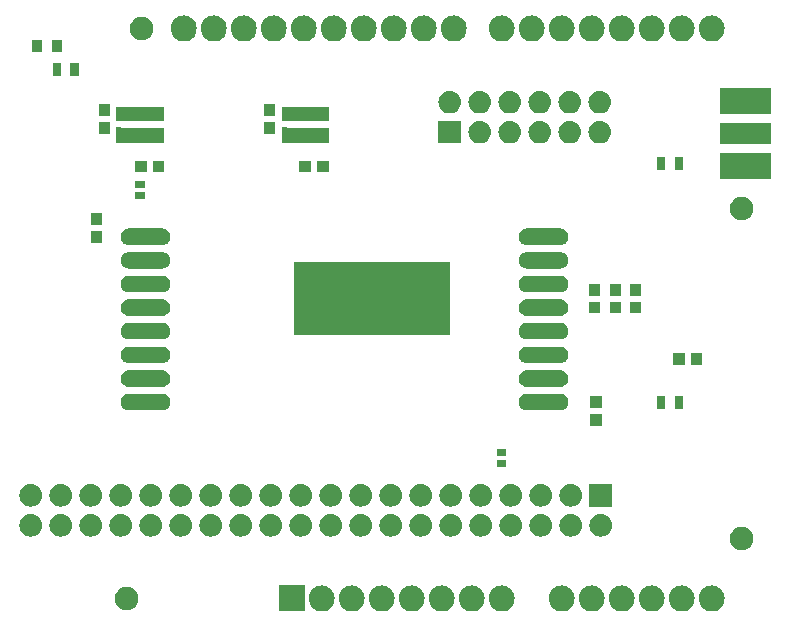
<source format=gts>
G04 #@! TF.GenerationSoftware,KiCad,Pcbnew,(5.0.0)*
G04 #@! TF.CreationDate,2018-10-04T08:41:43-07:00*
G04 #@! TF.ProjectId,LoRaShield,4C6F5261536869656C642E6B69636164,rev?*
G04 #@! TF.SameCoordinates,PX69db1f0PY7882d48*
G04 #@! TF.FileFunction,Soldermask,Top*
G04 #@! TF.FilePolarity,Negative*
%FSLAX46Y46*%
G04 Gerber Fmt 4.6, Leading zero omitted, Abs format (unit mm)*
G04 Created by KiCad (PCBNEW (5.0.0)) date 10/04/18 08:41:43*
%MOMM*%
%LPD*%
G01*
G04 APERTURE LIST*
%ADD10C,0.100000*%
G04 APERTURE END LIST*
D10*
G36*
X63557771Y3807389D02*
X63611638Y3802084D01*
X63659897Y3787444D01*
X63818988Y3739185D01*
X63948508Y3669955D01*
X64010084Y3637042D01*
X64177581Y3499581D01*
X64315042Y3332084D01*
X64315043Y3332082D01*
X64417185Y3140988D01*
X64480084Y2933637D01*
X64501322Y2718000D01*
X64480084Y2502363D01*
X64417185Y2295012D01*
X64321637Y2116254D01*
X64315042Y2103916D01*
X64177581Y1936419D01*
X64010084Y1798958D01*
X64010082Y1798957D01*
X63818988Y1696815D01*
X63659897Y1648556D01*
X63611638Y1633916D01*
X63557771Y1628611D01*
X63450038Y1618000D01*
X63341962Y1618000D01*
X63234229Y1628611D01*
X63180362Y1633916D01*
X63132103Y1648556D01*
X62973012Y1696815D01*
X62781918Y1798957D01*
X62781916Y1798958D01*
X62614419Y1936419D01*
X62476958Y2103916D01*
X62470363Y2116254D01*
X62374815Y2295012D01*
X62311916Y2502363D01*
X62290678Y2718000D01*
X62311916Y2933637D01*
X62374815Y3140988D01*
X62476957Y3332082D01*
X62476958Y3332084D01*
X62614419Y3499581D01*
X62781916Y3637042D01*
X62843492Y3669955D01*
X62973012Y3739185D01*
X63132103Y3787444D01*
X63180362Y3802084D01*
X63234229Y3807389D01*
X63341962Y3818000D01*
X63450038Y3818000D01*
X63557771Y3807389D01*
X63557771Y3807389D01*
G37*
G36*
X61017771Y3807389D02*
X61071638Y3802084D01*
X61119897Y3787444D01*
X61278988Y3739185D01*
X61408508Y3669955D01*
X61470084Y3637042D01*
X61637581Y3499581D01*
X61775042Y3332084D01*
X61775043Y3332082D01*
X61877185Y3140988D01*
X61940084Y2933637D01*
X61961322Y2718000D01*
X61940084Y2502363D01*
X61877185Y2295012D01*
X61781637Y2116254D01*
X61775042Y2103916D01*
X61637581Y1936419D01*
X61470084Y1798958D01*
X61470082Y1798957D01*
X61278988Y1696815D01*
X61119897Y1648556D01*
X61071638Y1633916D01*
X61017771Y1628611D01*
X60910038Y1618000D01*
X60801962Y1618000D01*
X60694229Y1628611D01*
X60640362Y1633916D01*
X60592103Y1648556D01*
X60433012Y1696815D01*
X60241918Y1798957D01*
X60241916Y1798958D01*
X60074419Y1936419D01*
X59936958Y2103916D01*
X59930363Y2116254D01*
X59834815Y2295012D01*
X59771916Y2502363D01*
X59750678Y2718000D01*
X59771916Y2933637D01*
X59834815Y3140988D01*
X59936957Y3332082D01*
X59936958Y3332084D01*
X60074419Y3499581D01*
X60241916Y3637042D01*
X60303492Y3669955D01*
X60433012Y3739185D01*
X60592103Y3787444D01*
X60640362Y3802084D01*
X60694229Y3807389D01*
X60801962Y3818000D01*
X60910038Y3818000D01*
X61017771Y3807389D01*
X61017771Y3807389D01*
G37*
G36*
X28936000Y1618000D02*
X26736000Y1618000D01*
X26736000Y3818000D01*
X28936000Y3818000D01*
X28936000Y1618000D01*
X28936000Y1618000D01*
G37*
G36*
X30537771Y3807389D02*
X30591638Y3802084D01*
X30639897Y3787444D01*
X30798988Y3739185D01*
X30928508Y3669955D01*
X30990084Y3637042D01*
X31157581Y3499581D01*
X31295042Y3332084D01*
X31295043Y3332082D01*
X31397185Y3140988D01*
X31460084Y2933637D01*
X31481322Y2718000D01*
X31460084Y2502363D01*
X31397185Y2295012D01*
X31301637Y2116254D01*
X31295042Y2103916D01*
X31157581Y1936419D01*
X30990084Y1798958D01*
X30990082Y1798957D01*
X30798988Y1696815D01*
X30639897Y1648556D01*
X30591638Y1633916D01*
X30537771Y1628611D01*
X30430038Y1618000D01*
X30321962Y1618000D01*
X30214229Y1628611D01*
X30160362Y1633916D01*
X30112103Y1648556D01*
X29953012Y1696815D01*
X29761918Y1798957D01*
X29761916Y1798958D01*
X29594419Y1936419D01*
X29456958Y2103916D01*
X29450363Y2116254D01*
X29354815Y2295012D01*
X29291916Y2502363D01*
X29270678Y2718000D01*
X29291916Y2933637D01*
X29354815Y3140988D01*
X29456957Y3332082D01*
X29456958Y3332084D01*
X29594419Y3499581D01*
X29761916Y3637042D01*
X29823492Y3669955D01*
X29953012Y3739185D01*
X30112103Y3787444D01*
X30160362Y3802084D01*
X30214229Y3807389D01*
X30321962Y3818000D01*
X30430038Y3818000D01*
X30537771Y3807389D01*
X30537771Y3807389D01*
G37*
G36*
X33077771Y3807389D02*
X33131638Y3802084D01*
X33179897Y3787444D01*
X33338988Y3739185D01*
X33468508Y3669955D01*
X33530084Y3637042D01*
X33697581Y3499581D01*
X33835042Y3332084D01*
X33835043Y3332082D01*
X33937185Y3140988D01*
X34000084Y2933637D01*
X34021322Y2718000D01*
X34000084Y2502363D01*
X33937185Y2295012D01*
X33841637Y2116254D01*
X33835042Y2103916D01*
X33697581Y1936419D01*
X33530084Y1798958D01*
X33530082Y1798957D01*
X33338988Y1696815D01*
X33179897Y1648556D01*
X33131638Y1633916D01*
X33077771Y1628611D01*
X32970038Y1618000D01*
X32861962Y1618000D01*
X32754229Y1628611D01*
X32700362Y1633916D01*
X32652103Y1648556D01*
X32493012Y1696815D01*
X32301918Y1798957D01*
X32301916Y1798958D01*
X32134419Y1936419D01*
X31996958Y2103916D01*
X31990363Y2116254D01*
X31894815Y2295012D01*
X31831916Y2502363D01*
X31810678Y2718000D01*
X31831916Y2933637D01*
X31894815Y3140988D01*
X31996957Y3332082D01*
X31996958Y3332084D01*
X32134419Y3499581D01*
X32301916Y3637042D01*
X32363492Y3669955D01*
X32493012Y3739185D01*
X32652103Y3787444D01*
X32700362Y3802084D01*
X32754229Y3807389D01*
X32861962Y3818000D01*
X32970038Y3818000D01*
X33077771Y3807389D01*
X33077771Y3807389D01*
G37*
G36*
X35617771Y3807389D02*
X35671638Y3802084D01*
X35719897Y3787444D01*
X35878988Y3739185D01*
X36008508Y3669955D01*
X36070084Y3637042D01*
X36237581Y3499581D01*
X36375042Y3332084D01*
X36375043Y3332082D01*
X36477185Y3140988D01*
X36540084Y2933637D01*
X36561322Y2718000D01*
X36540084Y2502363D01*
X36477185Y2295012D01*
X36381637Y2116254D01*
X36375042Y2103916D01*
X36237581Y1936419D01*
X36070084Y1798958D01*
X36070082Y1798957D01*
X35878988Y1696815D01*
X35719897Y1648556D01*
X35671638Y1633916D01*
X35617771Y1628611D01*
X35510038Y1618000D01*
X35401962Y1618000D01*
X35294229Y1628611D01*
X35240362Y1633916D01*
X35192103Y1648556D01*
X35033012Y1696815D01*
X34841918Y1798957D01*
X34841916Y1798958D01*
X34674419Y1936419D01*
X34536958Y2103916D01*
X34530363Y2116254D01*
X34434815Y2295012D01*
X34371916Y2502363D01*
X34350678Y2718000D01*
X34371916Y2933637D01*
X34434815Y3140988D01*
X34536957Y3332082D01*
X34536958Y3332084D01*
X34674419Y3499581D01*
X34841916Y3637042D01*
X34903492Y3669955D01*
X35033012Y3739185D01*
X35192103Y3787444D01*
X35240362Y3802084D01*
X35294229Y3807389D01*
X35401962Y3818000D01*
X35510038Y3818000D01*
X35617771Y3807389D01*
X35617771Y3807389D01*
G37*
G36*
X38157771Y3807389D02*
X38211638Y3802084D01*
X38259897Y3787444D01*
X38418988Y3739185D01*
X38548508Y3669955D01*
X38610084Y3637042D01*
X38777581Y3499581D01*
X38915042Y3332084D01*
X38915043Y3332082D01*
X39017185Y3140988D01*
X39080084Y2933637D01*
X39101322Y2718000D01*
X39080084Y2502363D01*
X39017185Y2295012D01*
X38921637Y2116254D01*
X38915042Y2103916D01*
X38777581Y1936419D01*
X38610084Y1798958D01*
X38610082Y1798957D01*
X38418988Y1696815D01*
X38259897Y1648556D01*
X38211638Y1633916D01*
X38157771Y1628611D01*
X38050038Y1618000D01*
X37941962Y1618000D01*
X37834229Y1628611D01*
X37780362Y1633916D01*
X37732103Y1648556D01*
X37573012Y1696815D01*
X37381918Y1798957D01*
X37381916Y1798958D01*
X37214419Y1936419D01*
X37076958Y2103916D01*
X37070363Y2116254D01*
X36974815Y2295012D01*
X36911916Y2502363D01*
X36890678Y2718000D01*
X36911916Y2933637D01*
X36974815Y3140988D01*
X37076957Y3332082D01*
X37076958Y3332084D01*
X37214419Y3499581D01*
X37381916Y3637042D01*
X37443492Y3669955D01*
X37573012Y3739185D01*
X37732103Y3787444D01*
X37780362Y3802084D01*
X37834229Y3807389D01*
X37941962Y3818000D01*
X38050038Y3818000D01*
X38157771Y3807389D01*
X38157771Y3807389D01*
G37*
G36*
X40697771Y3807389D02*
X40751638Y3802084D01*
X40799897Y3787444D01*
X40958988Y3739185D01*
X41088508Y3669955D01*
X41150084Y3637042D01*
X41317581Y3499581D01*
X41455042Y3332084D01*
X41455043Y3332082D01*
X41557185Y3140988D01*
X41620084Y2933637D01*
X41641322Y2718000D01*
X41620084Y2502363D01*
X41557185Y2295012D01*
X41461637Y2116254D01*
X41455042Y2103916D01*
X41317581Y1936419D01*
X41150084Y1798958D01*
X41150082Y1798957D01*
X40958988Y1696815D01*
X40799897Y1648556D01*
X40751638Y1633916D01*
X40697771Y1628611D01*
X40590038Y1618000D01*
X40481962Y1618000D01*
X40374229Y1628611D01*
X40320362Y1633916D01*
X40272103Y1648556D01*
X40113012Y1696815D01*
X39921918Y1798957D01*
X39921916Y1798958D01*
X39754419Y1936419D01*
X39616958Y2103916D01*
X39610363Y2116254D01*
X39514815Y2295012D01*
X39451916Y2502363D01*
X39430678Y2718000D01*
X39451916Y2933637D01*
X39514815Y3140988D01*
X39616957Y3332082D01*
X39616958Y3332084D01*
X39754419Y3499581D01*
X39921916Y3637042D01*
X39983492Y3669955D01*
X40113012Y3739185D01*
X40272103Y3787444D01*
X40320362Y3802084D01*
X40374229Y3807389D01*
X40481962Y3818000D01*
X40590038Y3818000D01*
X40697771Y3807389D01*
X40697771Y3807389D01*
G37*
G36*
X45777771Y3807389D02*
X45831638Y3802084D01*
X45879897Y3787444D01*
X46038988Y3739185D01*
X46168508Y3669955D01*
X46230084Y3637042D01*
X46397581Y3499581D01*
X46535042Y3332084D01*
X46535043Y3332082D01*
X46637185Y3140988D01*
X46700084Y2933637D01*
X46721322Y2718000D01*
X46700084Y2502363D01*
X46637185Y2295012D01*
X46541637Y2116254D01*
X46535042Y2103916D01*
X46397581Y1936419D01*
X46230084Y1798958D01*
X46230082Y1798957D01*
X46038988Y1696815D01*
X45879897Y1648556D01*
X45831638Y1633916D01*
X45777771Y1628611D01*
X45670038Y1618000D01*
X45561962Y1618000D01*
X45454229Y1628611D01*
X45400362Y1633916D01*
X45352103Y1648556D01*
X45193012Y1696815D01*
X45001918Y1798957D01*
X45001916Y1798958D01*
X44834419Y1936419D01*
X44696958Y2103916D01*
X44690363Y2116254D01*
X44594815Y2295012D01*
X44531916Y2502363D01*
X44510678Y2718000D01*
X44531916Y2933637D01*
X44594815Y3140988D01*
X44696957Y3332082D01*
X44696958Y3332084D01*
X44834419Y3499581D01*
X45001916Y3637042D01*
X45063492Y3669955D01*
X45193012Y3739185D01*
X45352103Y3787444D01*
X45400362Y3802084D01*
X45454229Y3807389D01*
X45561962Y3818000D01*
X45670038Y3818000D01*
X45777771Y3807389D01*
X45777771Y3807389D01*
G37*
G36*
X50857771Y3807389D02*
X50911638Y3802084D01*
X50959897Y3787444D01*
X51118988Y3739185D01*
X51248508Y3669955D01*
X51310084Y3637042D01*
X51477581Y3499581D01*
X51615042Y3332084D01*
X51615043Y3332082D01*
X51717185Y3140988D01*
X51780084Y2933637D01*
X51801322Y2718000D01*
X51780084Y2502363D01*
X51717185Y2295012D01*
X51621637Y2116254D01*
X51615042Y2103916D01*
X51477581Y1936419D01*
X51310084Y1798958D01*
X51310082Y1798957D01*
X51118988Y1696815D01*
X50959897Y1648556D01*
X50911638Y1633916D01*
X50857771Y1628611D01*
X50750038Y1618000D01*
X50641962Y1618000D01*
X50534229Y1628611D01*
X50480362Y1633916D01*
X50432103Y1648556D01*
X50273012Y1696815D01*
X50081918Y1798957D01*
X50081916Y1798958D01*
X49914419Y1936419D01*
X49776958Y2103916D01*
X49770363Y2116254D01*
X49674815Y2295012D01*
X49611916Y2502363D01*
X49590678Y2718000D01*
X49611916Y2933637D01*
X49674815Y3140988D01*
X49776957Y3332082D01*
X49776958Y3332084D01*
X49914419Y3499581D01*
X50081916Y3637042D01*
X50143492Y3669955D01*
X50273012Y3739185D01*
X50432103Y3787444D01*
X50480362Y3802084D01*
X50534229Y3807389D01*
X50641962Y3818000D01*
X50750038Y3818000D01*
X50857771Y3807389D01*
X50857771Y3807389D01*
G37*
G36*
X53397771Y3807389D02*
X53451638Y3802084D01*
X53499897Y3787444D01*
X53658988Y3739185D01*
X53788508Y3669955D01*
X53850084Y3637042D01*
X54017581Y3499581D01*
X54155042Y3332084D01*
X54155043Y3332082D01*
X54257185Y3140988D01*
X54320084Y2933637D01*
X54341322Y2718000D01*
X54320084Y2502363D01*
X54257185Y2295012D01*
X54161637Y2116254D01*
X54155042Y2103916D01*
X54017581Y1936419D01*
X53850084Y1798958D01*
X53850082Y1798957D01*
X53658988Y1696815D01*
X53499897Y1648556D01*
X53451638Y1633916D01*
X53397771Y1628611D01*
X53290038Y1618000D01*
X53181962Y1618000D01*
X53074229Y1628611D01*
X53020362Y1633916D01*
X52972103Y1648556D01*
X52813012Y1696815D01*
X52621918Y1798957D01*
X52621916Y1798958D01*
X52454419Y1936419D01*
X52316958Y2103916D01*
X52310363Y2116254D01*
X52214815Y2295012D01*
X52151916Y2502363D01*
X52130678Y2718000D01*
X52151916Y2933637D01*
X52214815Y3140988D01*
X52316957Y3332082D01*
X52316958Y3332084D01*
X52454419Y3499581D01*
X52621916Y3637042D01*
X52683492Y3669955D01*
X52813012Y3739185D01*
X52972103Y3787444D01*
X53020362Y3802084D01*
X53074229Y3807389D01*
X53181962Y3818000D01*
X53290038Y3818000D01*
X53397771Y3807389D01*
X53397771Y3807389D01*
G37*
G36*
X55937771Y3807389D02*
X55991638Y3802084D01*
X56039897Y3787444D01*
X56198988Y3739185D01*
X56328508Y3669955D01*
X56390084Y3637042D01*
X56557581Y3499581D01*
X56695042Y3332084D01*
X56695043Y3332082D01*
X56797185Y3140988D01*
X56860084Y2933637D01*
X56881322Y2718000D01*
X56860084Y2502363D01*
X56797185Y2295012D01*
X56701637Y2116254D01*
X56695042Y2103916D01*
X56557581Y1936419D01*
X56390084Y1798958D01*
X56390082Y1798957D01*
X56198988Y1696815D01*
X56039897Y1648556D01*
X55991638Y1633916D01*
X55937771Y1628611D01*
X55830038Y1618000D01*
X55721962Y1618000D01*
X55614229Y1628611D01*
X55560362Y1633916D01*
X55512103Y1648556D01*
X55353012Y1696815D01*
X55161918Y1798957D01*
X55161916Y1798958D01*
X54994419Y1936419D01*
X54856958Y2103916D01*
X54850363Y2116254D01*
X54754815Y2295012D01*
X54691916Y2502363D01*
X54670678Y2718000D01*
X54691916Y2933637D01*
X54754815Y3140988D01*
X54856957Y3332082D01*
X54856958Y3332084D01*
X54994419Y3499581D01*
X55161916Y3637042D01*
X55223492Y3669955D01*
X55353012Y3739185D01*
X55512103Y3787444D01*
X55560362Y3802084D01*
X55614229Y3807389D01*
X55721962Y3818000D01*
X55830038Y3818000D01*
X55937771Y3807389D01*
X55937771Y3807389D01*
G37*
G36*
X58477771Y3807389D02*
X58531638Y3802084D01*
X58579897Y3787444D01*
X58738988Y3739185D01*
X58868508Y3669955D01*
X58930084Y3637042D01*
X59097581Y3499581D01*
X59235042Y3332084D01*
X59235043Y3332082D01*
X59337185Y3140988D01*
X59400084Y2933637D01*
X59421322Y2718000D01*
X59400084Y2502363D01*
X59337185Y2295012D01*
X59241637Y2116254D01*
X59235042Y2103916D01*
X59097581Y1936419D01*
X58930084Y1798958D01*
X58930082Y1798957D01*
X58738988Y1696815D01*
X58579897Y1648556D01*
X58531638Y1633916D01*
X58477771Y1628611D01*
X58370038Y1618000D01*
X58261962Y1618000D01*
X58154229Y1628611D01*
X58100362Y1633916D01*
X58052103Y1648556D01*
X57893012Y1696815D01*
X57701918Y1798957D01*
X57701916Y1798958D01*
X57534419Y1936419D01*
X57396958Y2103916D01*
X57390363Y2116254D01*
X57294815Y2295012D01*
X57231916Y2502363D01*
X57210678Y2718000D01*
X57231916Y2933637D01*
X57294815Y3140988D01*
X57396957Y3332082D01*
X57396958Y3332084D01*
X57534419Y3499581D01*
X57701916Y3637042D01*
X57763492Y3669955D01*
X57893012Y3739185D01*
X58052103Y3787444D01*
X58100362Y3802084D01*
X58154229Y3807389D01*
X58261962Y3818000D01*
X58370038Y3818000D01*
X58477771Y3807389D01*
X58477771Y3807389D01*
G37*
G36*
X43237771Y3807389D02*
X43291638Y3802084D01*
X43339897Y3787444D01*
X43498988Y3739185D01*
X43628508Y3669955D01*
X43690084Y3637042D01*
X43857581Y3499581D01*
X43995042Y3332084D01*
X43995043Y3332082D01*
X44097185Y3140988D01*
X44160084Y2933637D01*
X44181322Y2718000D01*
X44160084Y2502363D01*
X44097185Y2295012D01*
X44001637Y2116254D01*
X43995042Y2103916D01*
X43857581Y1936419D01*
X43690084Y1798958D01*
X43690082Y1798957D01*
X43498988Y1696815D01*
X43339897Y1648556D01*
X43291638Y1633916D01*
X43237771Y1628611D01*
X43130038Y1618000D01*
X43021962Y1618000D01*
X42914229Y1628611D01*
X42860362Y1633916D01*
X42812103Y1648556D01*
X42653012Y1696815D01*
X42461918Y1798957D01*
X42461916Y1798958D01*
X42294419Y1936419D01*
X42156958Y2103916D01*
X42150363Y2116254D01*
X42054815Y2295012D01*
X41991916Y2502363D01*
X41970678Y2718000D01*
X41991916Y2933637D01*
X42054815Y3140988D01*
X42156957Y3332082D01*
X42156958Y3332084D01*
X42294419Y3499581D01*
X42461916Y3637042D01*
X42523492Y3669955D01*
X42653012Y3739185D01*
X42812103Y3787444D01*
X42860362Y3802084D01*
X42914229Y3807389D01*
X43021962Y3818000D01*
X43130038Y3818000D01*
X43237771Y3807389D01*
X43237771Y3807389D01*
G37*
G36*
X14154772Y3669955D02*
X14334942Y3595326D01*
X14497089Y3486983D01*
X14634983Y3349089D01*
X14743326Y3186942D01*
X14817955Y3006772D01*
X14856000Y2815507D01*
X14856000Y2620493D01*
X14817955Y2429228D01*
X14743326Y2249058D01*
X14634983Y2086911D01*
X14497089Y1949017D01*
X14334942Y1840674D01*
X14154772Y1766045D01*
X13963507Y1728000D01*
X13768493Y1728000D01*
X13577228Y1766045D01*
X13397058Y1840674D01*
X13234911Y1949017D01*
X13097017Y2086911D01*
X12988674Y2249058D01*
X12914045Y2429228D01*
X12876000Y2620493D01*
X12876000Y2815507D01*
X12914045Y3006772D01*
X12988674Y3186942D01*
X13097017Y3349089D01*
X13234911Y3486983D01*
X13397058Y3595326D01*
X13577228Y3669955D01*
X13768493Y3708000D01*
X13963507Y3708000D01*
X14154772Y3669955D01*
X14154772Y3669955D01*
G37*
G36*
X66224772Y8749955D02*
X66404942Y8675326D01*
X66567089Y8566983D01*
X66704983Y8429089D01*
X66813326Y8266942D01*
X66887955Y8086772D01*
X66926000Y7895507D01*
X66926000Y7700493D01*
X66887955Y7509228D01*
X66813326Y7329058D01*
X66704983Y7166911D01*
X66567089Y7029017D01*
X66404942Y6920674D01*
X66224772Y6846045D01*
X66033507Y6808000D01*
X65838493Y6808000D01*
X65647228Y6846045D01*
X65467058Y6920674D01*
X65304911Y7029017D01*
X65167017Y7166911D01*
X65058674Y7329058D01*
X64984045Y7509228D01*
X64946000Y7700493D01*
X64946000Y7895507D01*
X64984045Y8086772D01*
X65058674Y8266942D01*
X65167017Y8429089D01*
X65304911Y8566983D01*
X65467058Y8675326D01*
X65647228Y8749955D01*
X65838493Y8788000D01*
X66033507Y8788000D01*
X66224772Y8749955D01*
X66224772Y8749955D01*
G37*
G36*
X38948232Y9846254D02*
X39127308Y9791932D01*
X39292345Y9703718D01*
X39437001Y9585001D01*
X39555718Y9440345D01*
X39643932Y9275308D01*
X39698254Y9096232D01*
X39716596Y8910000D01*
X39698254Y8723768D01*
X39643932Y8544692D01*
X39555718Y8379655D01*
X39437001Y8234999D01*
X39292345Y8116282D01*
X39292343Y8116281D01*
X39127308Y8028068D01*
X38948232Y7973746D01*
X38808666Y7960000D01*
X38715334Y7960000D01*
X38575768Y7973746D01*
X38396692Y8028068D01*
X38231657Y8116281D01*
X38231655Y8116282D01*
X38086999Y8234999D01*
X37968282Y8379655D01*
X37880068Y8544692D01*
X37825746Y8723768D01*
X37807404Y8910000D01*
X37825746Y9096232D01*
X37880068Y9275308D01*
X37968282Y9440345D01*
X38086999Y9585001D01*
X38231655Y9703718D01*
X38396692Y9791932D01*
X38575768Y9846254D01*
X38715334Y9860000D01*
X38808666Y9860000D01*
X38948232Y9846254D01*
X38948232Y9846254D01*
G37*
G36*
X36408232Y9846254D02*
X36587308Y9791932D01*
X36752345Y9703718D01*
X36897001Y9585001D01*
X37015718Y9440345D01*
X37103932Y9275308D01*
X37158254Y9096232D01*
X37176596Y8910000D01*
X37158254Y8723768D01*
X37103932Y8544692D01*
X37015718Y8379655D01*
X36897001Y8234999D01*
X36752345Y8116282D01*
X36752343Y8116281D01*
X36587308Y8028068D01*
X36408232Y7973746D01*
X36268666Y7960000D01*
X36175334Y7960000D01*
X36035768Y7973746D01*
X35856692Y8028068D01*
X35691657Y8116281D01*
X35691655Y8116282D01*
X35546999Y8234999D01*
X35428282Y8379655D01*
X35340068Y8544692D01*
X35285746Y8723768D01*
X35267404Y8910000D01*
X35285746Y9096232D01*
X35340068Y9275308D01*
X35428282Y9440345D01*
X35546999Y9585001D01*
X35691655Y9703718D01*
X35856692Y9791932D01*
X36035768Y9846254D01*
X36175334Y9860000D01*
X36268666Y9860000D01*
X36408232Y9846254D01*
X36408232Y9846254D01*
G37*
G36*
X31328232Y9846254D02*
X31507308Y9791932D01*
X31672345Y9703718D01*
X31817001Y9585001D01*
X31935718Y9440345D01*
X32023932Y9275308D01*
X32078254Y9096232D01*
X32096596Y8910000D01*
X32078254Y8723768D01*
X32023932Y8544692D01*
X31935718Y8379655D01*
X31817001Y8234999D01*
X31672345Y8116282D01*
X31672343Y8116281D01*
X31507308Y8028068D01*
X31328232Y7973746D01*
X31188666Y7960000D01*
X31095334Y7960000D01*
X30955768Y7973746D01*
X30776692Y8028068D01*
X30611657Y8116281D01*
X30611655Y8116282D01*
X30466999Y8234999D01*
X30348282Y8379655D01*
X30260068Y8544692D01*
X30205746Y8723768D01*
X30187404Y8910000D01*
X30205746Y9096232D01*
X30260068Y9275308D01*
X30348282Y9440345D01*
X30466999Y9585001D01*
X30611655Y9703718D01*
X30776692Y9791932D01*
X30955768Y9846254D01*
X31095334Y9860000D01*
X31188666Y9860000D01*
X31328232Y9846254D01*
X31328232Y9846254D01*
G37*
G36*
X28788232Y9846254D02*
X28967308Y9791932D01*
X29132345Y9703718D01*
X29277001Y9585001D01*
X29395718Y9440345D01*
X29483932Y9275308D01*
X29538254Y9096232D01*
X29556596Y8910000D01*
X29538254Y8723768D01*
X29483932Y8544692D01*
X29395718Y8379655D01*
X29277001Y8234999D01*
X29132345Y8116282D01*
X29132343Y8116281D01*
X28967308Y8028068D01*
X28788232Y7973746D01*
X28648666Y7960000D01*
X28555334Y7960000D01*
X28415768Y7973746D01*
X28236692Y8028068D01*
X28071657Y8116281D01*
X28071655Y8116282D01*
X27926999Y8234999D01*
X27808282Y8379655D01*
X27720068Y8544692D01*
X27665746Y8723768D01*
X27647404Y8910000D01*
X27665746Y9096232D01*
X27720068Y9275308D01*
X27808282Y9440345D01*
X27926999Y9585001D01*
X28071655Y9703718D01*
X28236692Y9791932D01*
X28415768Y9846254D01*
X28555334Y9860000D01*
X28648666Y9860000D01*
X28788232Y9846254D01*
X28788232Y9846254D01*
G37*
G36*
X26248232Y9846254D02*
X26427308Y9791932D01*
X26592345Y9703718D01*
X26737001Y9585001D01*
X26855718Y9440345D01*
X26943932Y9275308D01*
X26998254Y9096232D01*
X27016596Y8910000D01*
X26998254Y8723768D01*
X26943932Y8544692D01*
X26855718Y8379655D01*
X26737001Y8234999D01*
X26592345Y8116282D01*
X26592343Y8116281D01*
X26427308Y8028068D01*
X26248232Y7973746D01*
X26108666Y7960000D01*
X26015334Y7960000D01*
X25875768Y7973746D01*
X25696692Y8028068D01*
X25531657Y8116281D01*
X25531655Y8116282D01*
X25386999Y8234999D01*
X25268282Y8379655D01*
X25180068Y8544692D01*
X25125746Y8723768D01*
X25107404Y8910000D01*
X25125746Y9096232D01*
X25180068Y9275308D01*
X25268282Y9440345D01*
X25386999Y9585001D01*
X25531655Y9703718D01*
X25696692Y9791932D01*
X25875768Y9846254D01*
X26015334Y9860000D01*
X26108666Y9860000D01*
X26248232Y9846254D01*
X26248232Y9846254D01*
G37*
G36*
X23708232Y9846254D02*
X23887308Y9791932D01*
X24052345Y9703718D01*
X24197001Y9585001D01*
X24315718Y9440345D01*
X24403932Y9275308D01*
X24458254Y9096232D01*
X24476596Y8910000D01*
X24458254Y8723768D01*
X24403932Y8544692D01*
X24315718Y8379655D01*
X24197001Y8234999D01*
X24052345Y8116282D01*
X24052343Y8116281D01*
X23887308Y8028068D01*
X23708232Y7973746D01*
X23568666Y7960000D01*
X23475334Y7960000D01*
X23335768Y7973746D01*
X23156692Y8028068D01*
X22991657Y8116281D01*
X22991655Y8116282D01*
X22846999Y8234999D01*
X22728282Y8379655D01*
X22640068Y8544692D01*
X22585746Y8723768D01*
X22567404Y8910000D01*
X22585746Y9096232D01*
X22640068Y9275308D01*
X22728282Y9440345D01*
X22846999Y9585001D01*
X22991655Y9703718D01*
X23156692Y9791932D01*
X23335768Y9846254D01*
X23475334Y9860000D01*
X23568666Y9860000D01*
X23708232Y9846254D01*
X23708232Y9846254D01*
G37*
G36*
X21168232Y9846254D02*
X21347308Y9791932D01*
X21512345Y9703718D01*
X21657001Y9585001D01*
X21775718Y9440345D01*
X21863932Y9275308D01*
X21918254Y9096232D01*
X21936596Y8910000D01*
X21918254Y8723768D01*
X21863932Y8544692D01*
X21775718Y8379655D01*
X21657001Y8234999D01*
X21512345Y8116282D01*
X21512343Y8116281D01*
X21347308Y8028068D01*
X21168232Y7973746D01*
X21028666Y7960000D01*
X20935334Y7960000D01*
X20795768Y7973746D01*
X20616692Y8028068D01*
X20451657Y8116281D01*
X20451655Y8116282D01*
X20306999Y8234999D01*
X20188282Y8379655D01*
X20100068Y8544692D01*
X20045746Y8723768D01*
X20027404Y8910000D01*
X20045746Y9096232D01*
X20100068Y9275308D01*
X20188282Y9440345D01*
X20306999Y9585001D01*
X20451655Y9703718D01*
X20616692Y9791932D01*
X20795768Y9846254D01*
X20935334Y9860000D01*
X21028666Y9860000D01*
X21168232Y9846254D01*
X21168232Y9846254D01*
G37*
G36*
X18628232Y9846254D02*
X18807308Y9791932D01*
X18972345Y9703718D01*
X19117001Y9585001D01*
X19235718Y9440345D01*
X19323932Y9275308D01*
X19378254Y9096232D01*
X19396596Y8910000D01*
X19378254Y8723768D01*
X19323932Y8544692D01*
X19235718Y8379655D01*
X19117001Y8234999D01*
X18972345Y8116282D01*
X18972343Y8116281D01*
X18807308Y8028068D01*
X18628232Y7973746D01*
X18488666Y7960000D01*
X18395334Y7960000D01*
X18255768Y7973746D01*
X18076692Y8028068D01*
X17911657Y8116281D01*
X17911655Y8116282D01*
X17766999Y8234999D01*
X17648282Y8379655D01*
X17560068Y8544692D01*
X17505746Y8723768D01*
X17487404Y8910000D01*
X17505746Y9096232D01*
X17560068Y9275308D01*
X17648282Y9440345D01*
X17766999Y9585001D01*
X17911655Y9703718D01*
X18076692Y9791932D01*
X18255768Y9846254D01*
X18395334Y9860000D01*
X18488666Y9860000D01*
X18628232Y9846254D01*
X18628232Y9846254D01*
G37*
G36*
X16088232Y9846254D02*
X16267308Y9791932D01*
X16432345Y9703718D01*
X16577001Y9585001D01*
X16695718Y9440345D01*
X16783932Y9275308D01*
X16838254Y9096232D01*
X16856596Y8910000D01*
X16838254Y8723768D01*
X16783932Y8544692D01*
X16695718Y8379655D01*
X16577001Y8234999D01*
X16432345Y8116282D01*
X16432343Y8116281D01*
X16267308Y8028068D01*
X16088232Y7973746D01*
X15948666Y7960000D01*
X15855334Y7960000D01*
X15715768Y7973746D01*
X15536692Y8028068D01*
X15371657Y8116281D01*
X15371655Y8116282D01*
X15226999Y8234999D01*
X15108282Y8379655D01*
X15020068Y8544692D01*
X14965746Y8723768D01*
X14947404Y8910000D01*
X14965746Y9096232D01*
X15020068Y9275308D01*
X15108282Y9440345D01*
X15226999Y9585001D01*
X15371655Y9703718D01*
X15536692Y9791932D01*
X15715768Y9846254D01*
X15855334Y9860000D01*
X15948666Y9860000D01*
X16088232Y9846254D01*
X16088232Y9846254D01*
G37*
G36*
X13548232Y9846254D02*
X13727308Y9791932D01*
X13892345Y9703718D01*
X14037001Y9585001D01*
X14155718Y9440345D01*
X14243932Y9275308D01*
X14298254Y9096232D01*
X14316596Y8910000D01*
X14298254Y8723768D01*
X14243932Y8544692D01*
X14155718Y8379655D01*
X14037001Y8234999D01*
X13892345Y8116282D01*
X13892343Y8116281D01*
X13727308Y8028068D01*
X13548232Y7973746D01*
X13408666Y7960000D01*
X13315334Y7960000D01*
X13175768Y7973746D01*
X12996692Y8028068D01*
X12831657Y8116281D01*
X12831655Y8116282D01*
X12686999Y8234999D01*
X12568282Y8379655D01*
X12480068Y8544692D01*
X12425746Y8723768D01*
X12407404Y8910000D01*
X12425746Y9096232D01*
X12480068Y9275308D01*
X12568282Y9440345D01*
X12686999Y9585001D01*
X12831655Y9703718D01*
X12996692Y9791932D01*
X13175768Y9846254D01*
X13315334Y9860000D01*
X13408666Y9860000D01*
X13548232Y9846254D01*
X13548232Y9846254D01*
G37*
G36*
X44028232Y9846254D02*
X44207308Y9791932D01*
X44372345Y9703718D01*
X44517001Y9585001D01*
X44635718Y9440345D01*
X44723932Y9275308D01*
X44778254Y9096232D01*
X44796596Y8910000D01*
X44778254Y8723768D01*
X44723932Y8544692D01*
X44635718Y8379655D01*
X44517001Y8234999D01*
X44372345Y8116282D01*
X44372343Y8116281D01*
X44207308Y8028068D01*
X44028232Y7973746D01*
X43888666Y7960000D01*
X43795334Y7960000D01*
X43655768Y7973746D01*
X43476692Y8028068D01*
X43311657Y8116281D01*
X43311655Y8116282D01*
X43166999Y8234999D01*
X43048282Y8379655D01*
X42960068Y8544692D01*
X42905746Y8723768D01*
X42887404Y8910000D01*
X42905746Y9096232D01*
X42960068Y9275308D01*
X43048282Y9440345D01*
X43166999Y9585001D01*
X43311655Y9703718D01*
X43476692Y9791932D01*
X43655768Y9846254D01*
X43795334Y9860000D01*
X43888666Y9860000D01*
X44028232Y9846254D01*
X44028232Y9846254D01*
G37*
G36*
X46568232Y9846254D02*
X46747308Y9791932D01*
X46912345Y9703718D01*
X47057001Y9585001D01*
X47175718Y9440345D01*
X47263932Y9275308D01*
X47318254Y9096232D01*
X47336596Y8910000D01*
X47318254Y8723768D01*
X47263932Y8544692D01*
X47175718Y8379655D01*
X47057001Y8234999D01*
X46912345Y8116282D01*
X46912343Y8116281D01*
X46747308Y8028068D01*
X46568232Y7973746D01*
X46428666Y7960000D01*
X46335334Y7960000D01*
X46195768Y7973746D01*
X46016692Y8028068D01*
X45851657Y8116281D01*
X45851655Y8116282D01*
X45706999Y8234999D01*
X45588282Y8379655D01*
X45500068Y8544692D01*
X45445746Y8723768D01*
X45427404Y8910000D01*
X45445746Y9096232D01*
X45500068Y9275308D01*
X45588282Y9440345D01*
X45706999Y9585001D01*
X45851655Y9703718D01*
X46016692Y9791932D01*
X46195768Y9846254D01*
X46335334Y9860000D01*
X46428666Y9860000D01*
X46568232Y9846254D01*
X46568232Y9846254D01*
G37*
G36*
X49108232Y9846254D02*
X49287308Y9791932D01*
X49452345Y9703718D01*
X49597001Y9585001D01*
X49715718Y9440345D01*
X49803932Y9275308D01*
X49858254Y9096232D01*
X49876596Y8910000D01*
X49858254Y8723768D01*
X49803932Y8544692D01*
X49715718Y8379655D01*
X49597001Y8234999D01*
X49452345Y8116282D01*
X49452343Y8116281D01*
X49287308Y8028068D01*
X49108232Y7973746D01*
X48968666Y7960000D01*
X48875334Y7960000D01*
X48735768Y7973746D01*
X48556692Y8028068D01*
X48391657Y8116281D01*
X48391655Y8116282D01*
X48246999Y8234999D01*
X48128282Y8379655D01*
X48040068Y8544692D01*
X47985746Y8723768D01*
X47967404Y8910000D01*
X47985746Y9096232D01*
X48040068Y9275308D01*
X48128282Y9440345D01*
X48246999Y9585001D01*
X48391655Y9703718D01*
X48556692Y9791932D01*
X48735768Y9846254D01*
X48875334Y9860000D01*
X48968666Y9860000D01*
X49108232Y9846254D01*
X49108232Y9846254D01*
G37*
G36*
X51648232Y9846254D02*
X51827308Y9791932D01*
X51992345Y9703718D01*
X52137001Y9585001D01*
X52255718Y9440345D01*
X52343932Y9275308D01*
X52398254Y9096232D01*
X52416596Y8910000D01*
X52398254Y8723768D01*
X52343932Y8544692D01*
X52255718Y8379655D01*
X52137001Y8234999D01*
X51992345Y8116282D01*
X51992343Y8116281D01*
X51827308Y8028068D01*
X51648232Y7973746D01*
X51508666Y7960000D01*
X51415334Y7960000D01*
X51275768Y7973746D01*
X51096692Y8028068D01*
X50931657Y8116281D01*
X50931655Y8116282D01*
X50786999Y8234999D01*
X50668282Y8379655D01*
X50580068Y8544692D01*
X50525746Y8723768D01*
X50507404Y8910000D01*
X50525746Y9096232D01*
X50580068Y9275308D01*
X50668282Y9440345D01*
X50786999Y9585001D01*
X50931655Y9703718D01*
X51096692Y9791932D01*
X51275768Y9846254D01*
X51415334Y9860000D01*
X51508666Y9860000D01*
X51648232Y9846254D01*
X51648232Y9846254D01*
G37*
G36*
X54188232Y9846254D02*
X54367308Y9791932D01*
X54532345Y9703718D01*
X54677001Y9585001D01*
X54795718Y9440345D01*
X54883932Y9275308D01*
X54938254Y9096232D01*
X54956596Y8910000D01*
X54938254Y8723768D01*
X54883932Y8544692D01*
X54795718Y8379655D01*
X54677001Y8234999D01*
X54532345Y8116282D01*
X54532343Y8116281D01*
X54367308Y8028068D01*
X54188232Y7973746D01*
X54048666Y7960000D01*
X53955334Y7960000D01*
X53815768Y7973746D01*
X53636692Y8028068D01*
X53471657Y8116281D01*
X53471655Y8116282D01*
X53326999Y8234999D01*
X53208282Y8379655D01*
X53120068Y8544692D01*
X53065746Y8723768D01*
X53047404Y8910000D01*
X53065746Y9096232D01*
X53120068Y9275308D01*
X53208282Y9440345D01*
X53326999Y9585001D01*
X53471655Y9703718D01*
X53636692Y9791932D01*
X53815768Y9846254D01*
X53955334Y9860000D01*
X54048666Y9860000D01*
X54188232Y9846254D01*
X54188232Y9846254D01*
G37*
G36*
X33868232Y9846254D02*
X34047308Y9791932D01*
X34212345Y9703718D01*
X34357001Y9585001D01*
X34475718Y9440345D01*
X34563932Y9275308D01*
X34618254Y9096232D01*
X34636596Y8910000D01*
X34618254Y8723768D01*
X34563932Y8544692D01*
X34475718Y8379655D01*
X34357001Y8234999D01*
X34212345Y8116282D01*
X34212343Y8116281D01*
X34047308Y8028068D01*
X33868232Y7973746D01*
X33728666Y7960000D01*
X33635334Y7960000D01*
X33495768Y7973746D01*
X33316692Y8028068D01*
X33151657Y8116281D01*
X33151655Y8116282D01*
X33006999Y8234999D01*
X32888282Y8379655D01*
X32800068Y8544692D01*
X32745746Y8723768D01*
X32727404Y8910000D01*
X32745746Y9096232D01*
X32800068Y9275308D01*
X32888282Y9440345D01*
X33006999Y9585001D01*
X33151655Y9703718D01*
X33316692Y9791932D01*
X33495768Y9846254D01*
X33635334Y9860000D01*
X33728666Y9860000D01*
X33868232Y9846254D01*
X33868232Y9846254D01*
G37*
G36*
X8468232Y9846254D02*
X8647308Y9791932D01*
X8812345Y9703718D01*
X8957001Y9585001D01*
X9075718Y9440345D01*
X9163932Y9275308D01*
X9218254Y9096232D01*
X9236596Y8910000D01*
X9218254Y8723768D01*
X9163932Y8544692D01*
X9075718Y8379655D01*
X8957001Y8234999D01*
X8812345Y8116282D01*
X8812343Y8116281D01*
X8647308Y8028068D01*
X8468232Y7973746D01*
X8328666Y7960000D01*
X8235334Y7960000D01*
X8095768Y7973746D01*
X7916692Y8028068D01*
X7751657Y8116281D01*
X7751655Y8116282D01*
X7606999Y8234999D01*
X7488282Y8379655D01*
X7400068Y8544692D01*
X7345746Y8723768D01*
X7327404Y8910000D01*
X7345746Y9096232D01*
X7400068Y9275308D01*
X7488282Y9440345D01*
X7606999Y9585001D01*
X7751655Y9703718D01*
X7916692Y9791932D01*
X8095768Y9846254D01*
X8235334Y9860000D01*
X8328666Y9860000D01*
X8468232Y9846254D01*
X8468232Y9846254D01*
G37*
G36*
X5928232Y9846254D02*
X6107308Y9791932D01*
X6272345Y9703718D01*
X6417001Y9585001D01*
X6535718Y9440345D01*
X6623932Y9275308D01*
X6678254Y9096232D01*
X6696596Y8910000D01*
X6678254Y8723768D01*
X6623932Y8544692D01*
X6535718Y8379655D01*
X6417001Y8234999D01*
X6272345Y8116282D01*
X6272343Y8116281D01*
X6107308Y8028068D01*
X5928232Y7973746D01*
X5788666Y7960000D01*
X5695334Y7960000D01*
X5555768Y7973746D01*
X5376692Y8028068D01*
X5211657Y8116281D01*
X5211655Y8116282D01*
X5066999Y8234999D01*
X4948282Y8379655D01*
X4860068Y8544692D01*
X4805746Y8723768D01*
X4787404Y8910000D01*
X4805746Y9096232D01*
X4860068Y9275308D01*
X4948282Y9440345D01*
X5066999Y9585001D01*
X5211655Y9703718D01*
X5376692Y9791932D01*
X5555768Y9846254D01*
X5695334Y9860000D01*
X5788666Y9860000D01*
X5928232Y9846254D01*
X5928232Y9846254D01*
G37*
G36*
X41488232Y9846254D02*
X41667308Y9791932D01*
X41832345Y9703718D01*
X41977001Y9585001D01*
X42095718Y9440345D01*
X42183932Y9275308D01*
X42238254Y9096232D01*
X42256596Y8910000D01*
X42238254Y8723768D01*
X42183932Y8544692D01*
X42095718Y8379655D01*
X41977001Y8234999D01*
X41832345Y8116282D01*
X41832343Y8116281D01*
X41667308Y8028068D01*
X41488232Y7973746D01*
X41348666Y7960000D01*
X41255334Y7960000D01*
X41115768Y7973746D01*
X40936692Y8028068D01*
X40771657Y8116281D01*
X40771655Y8116282D01*
X40626999Y8234999D01*
X40508282Y8379655D01*
X40420068Y8544692D01*
X40365746Y8723768D01*
X40347404Y8910000D01*
X40365746Y9096232D01*
X40420068Y9275308D01*
X40508282Y9440345D01*
X40626999Y9585001D01*
X40771655Y9703718D01*
X40936692Y9791932D01*
X41115768Y9846254D01*
X41255334Y9860000D01*
X41348666Y9860000D01*
X41488232Y9846254D01*
X41488232Y9846254D01*
G37*
G36*
X11008232Y9846254D02*
X11187308Y9791932D01*
X11352345Y9703718D01*
X11497001Y9585001D01*
X11615718Y9440345D01*
X11703932Y9275308D01*
X11758254Y9096232D01*
X11776596Y8910000D01*
X11758254Y8723768D01*
X11703932Y8544692D01*
X11615718Y8379655D01*
X11497001Y8234999D01*
X11352345Y8116282D01*
X11352343Y8116281D01*
X11187308Y8028068D01*
X11008232Y7973746D01*
X10868666Y7960000D01*
X10775334Y7960000D01*
X10635768Y7973746D01*
X10456692Y8028068D01*
X10291657Y8116281D01*
X10291655Y8116282D01*
X10146999Y8234999D01*
X10028282Y8379655D01*
X9940068Y8544692D01*
X9885746Y8723768D01*
X9867404Y8910000D01*
X9885746Y9096232D01*
X9940068Y9275308D01*
X10028282Y9440345D01*
X10146999Y9585001D01*
X10291655Y9703718D01*
X10456692Y9791932D01*
X10635768Y9846254D01*
X10775334Y9860000D01*
X10868666Y9860000D01*
X11008232Y9846254D01*
X11008232Y9846254D01*
G37*
G36*
X21168232Y12386254D02*
X21347308Y12331932D01*
X21512345Y12243718D01*
X21657001Y12125001D01*
X21775718Y11980345D01*
X21863932Y11815308D01*
X21918254Y11636232D01*
X21936596Y11450000D01*
X21918254Y11263768D01*
X21863932Y11084692D01*
X21775718Y10919655D01*
X21657001Y10774999D01*
X21512345Y10656282D01*
X21512343Y10656281D01*
X21347308Y10568068D01*
X21168232Y10513746D01*
X21028666Y10500000D01*
X20935334Y10500000D01*
X20795768Y10513746D01*
X20616692Y10568068D01*
X20451657Y10656281D01*
X20451655Y10656282D01*
X20306999Y10774999D01*
X20188282Y10919655D01*
X20100068Y11084692D01*
X20045746Y11263768D01*
X20027404Y11450000D01*
X20045746Y11636232D01*
X20100068Y11815308D01*
X20188282Y11980345D01*
X20306999Y12125001D01*
X20451655Y12243718D01*
X20616692Y12331932D01*
X20795768Y12386254D01*
X20935334Y12400000D01*
X21028666Y12400000D01*
X21168232Y12386254D01*
X21168232Y12386254D01*
G37*
G36*
X51648232Y12386254D02*
X51827308Y12331932D01*
X51992345Y12243718D01*
X52137001Y12125001D01*
X52255718Y11980345D01*
X52343932Y11815308D01*
X52398254Y11636232D01*
X52416596Y11450000D01*
X52398254Y11263768D01*
X52343932Y11084692D01*
X52255718Y10919655D01*
X52137001Y10774999D01*
X51992345Y10656282D01*
X51992343Y10656281D01*
X51827308Y10568068D01*
X51648232Y10513746D01*
X51508666Y10500000D01*
X51415334Y10500000D01*
X51275768Y10513746D01*
X51096692Y10568068D01*
X50931657Y10656281D01*
X50931655Y10656282D01*
X50786999Y10774999D01*
X50668282Y10919655D01*
X50580068Y11084692D01*
X50525746Y11263768D01*
X50507404Y11450000D01*
X50525746Y11636232D01*
X50580068Y11815308D01*
X50668282Y11980345D01*
X50786999Y12125001D01*
X50931655Y12243718D01*
X51096692Y12331932D01*
X51275768Y12386254D01*
X51415334Y12400000D01*
X51508666Y12400000D01*
X51648232Y12386254D01*
X51648232Y12386254D01*
G37*
G36*
X38948232Y12386254D02*
X39127308Y12331932D01*
X39292345Y12243718D01*
X39437001Y12125001D01*
X39555718Y11980345D01*
X39643932Y11815308D01*
X39698254Y11636232D01*
X39716596Y11450000D01*
X39698254Y11263768D01*
X39643932Y11084692D01*
X39555718Y10919655D01*
X39437001Y10774999D01*
X39292345Y10656282D01*
X39292343Y10656281D01*
X39127308Y10568068D01*
X38948232Y10513746D01*
X38808666Y10500000D01*
X38715334Y10500000D01*
X38575768Y10513746D01*
X38396692Y10568068D01*
X38231657Y10656281D01*
X38231655Y10656282D01*
X38086999Y10774999D01*
X37968282Y10919655D01*
X37880068Y11084692D01*
X37825746Y11263768D01*
X37807404Y11450000D01*
X37825746Y11636232D01*
X37880068Y11815308D01*
X37968282Y11980345D01*
X38086999Y12125001D01*
X38231655Y12243718D01*
X38396692Y12331932D01*
X38575768Y12386254D01*
X38715334Y12400000D01*
X38808666Y12400000D01*
X38948232Y12386254D01*
X38948232Y12386254D01*
G37*
G36*
X11008232Y12386254D02*
X11187308Y12331932D01*
X11352345Y12243718D01*
X11497001Y12125001D01*
X11615718Y11980345D01*
X11703932Y11815308D01*
X11758254Y11636232D01*
X11776596Y11450000D01*
X11758254Y11263768D01*
X11703932Y11084692D01*
X11615718Y10919655D01*
X11497001Y10774999D01*
X11352345Y10656282D01*
X11352343Y10656281D01*
X11187308Y10568068D01*
X11008232Y10513746D01*
X10868666Y10500000D01*
X10775334Y10500000D01*
X10635768Y10513746D01*
X10456692Y10568068D01*
X10291657Y10656281D01*
X10291655Y10656282D01*
X10146999Y10774999D01*
X10028282Y10919655D01*
X9940068Y11084692D01*
X9885746Y11263768D01*
X9867404Y11450000D01*
X9885746Y11636232D01*
X9940068Y11815308D01*
X10028282Y11980345D01*
X10146999Y12125001D01*
X10291655Y12243718D01*
X10456692Y12331932D01*
X10635768Y12386254D01*
X10775334Y12400000D01*
X10868666Y12400000D01*
X11008232Y12386254D01*
X11008232Y12386254D01*
G37*
G36*
X8468232Y12386254D02*
X8647308Y12331932D01*
X8812345Y12243718D01*
X8957001Y12125001D01*
X9075718Y11980345D01*
X9163932Y11815308D01*
X9218254Y11636232D01*
X9236596Y11450000D01*
X9218254Y11263768D01*
X9163932Y11084692D01*
X9075718Y10919655D01*
X8957001Y10774999D01*
X8812345Y10656282D01*
X8812343Y10656281D01*
X8647308Y10568068D01*
X8468232Y10513746D01*
X8328666Y10500000D01*
X8235334Y10500000D01*
X8095768Y10513746D01*
X7916692Y10568068D01*
X7751657Y10656281D01*
X7751655Y10656282D01*
X7606999Y10774999D01*
X7488282Y10919655D01*
X7400068Y11084692D01*
X7345746Y11263768D01*
X7327404Y11450000D01*
X7345746Y11636232D01*
X7400068Y11815308D01*
X7488282Y11980345D01*
X7606999Y12125001D01*
X7751655Y12243718D01*
X7916692Y12331932D01*
X8095768Y12386254D01*
X8235334Y12400000D01*
X8328666Y12400000D01*
X8468232Y12386254D01*
X8468232Y12386254D01*
G37*
G36*
X5928232Y12386254D02*
X6107308Y12331932D01*
X6272345Y12243718D01*
X6417001Y12125001D01*
X6535718Y11980345D01*
X6623932Y11815308D01*
X6678254Y11636232D01*
X6696596Y11450000D01*
X6678254Y11263768D01*
X6623932Y11084692D01*
X6535718Y10919655D01*
X6417001Y10774999D01*
X6272345Y10656282D01*
X6272343Y10656281D01*
X6107308Y10568068D01*
X5928232Y10513746D01*
X5788666Y10500000D01*
X5695334Y10500000D01*
X5555768Y10513746D01*
X5376692Y10568068D01*
X5211657Y10656281D01*
X5211655Y10656282D01*
X5066999Y10774999D01*
X4948282Y10919655D01*
X4860068Y11084692D01*
X4805746Y11263768D01*
X4787404Y11450000D01*
X4805746Y11636232D01*
X4860068Y11815308D01*
X4948282Y11980345D01*
X5066999Y12125001D01*
X5211655Y12243718D01*
X5376692Y12331932D01*
X5555768Y12386254D01*
X5695334Y12400000D01*
X5788666Y12400000D01*
X5928232Y12386254D01*
X5928232Y12386254D01*
G37*
G36*
X13548232Y12386254D02*
X13727308Y12331932D01*
X13892345Y12243718D01*
X14037001Y12125001D01*
X14155718Y11980345D01*
X14243932Y11815308D01*
X14298254Y11636232D01*
X14316596Y11450000D01*
X14298254Y11263768D01*
X14243932Y11084692D01*
X14155718Y10919655D01*
X14037001Y10774999D01*
X13892345Y10656282D01*
X13892343Y10656281D01*
X13727308Y10568068D01*
X13548232Y10513746D01*
X13408666Y10500000D01*
X13315334Y10500000D01*
X13175768Y10513746D01*
X12996692Y10568068D01*
X12831657Y10656281D01*
X12831655Y10656282D01*
X12686999Y10774999D01*
X12568282Y10919655D01*
X12480068Y11084692D01*
X12425746Y11263768D01*
X12407404Y11450000D01*
X12425746Y11636232D01*
X12480068Y11815308D01*
X12568282Y11980345D01*
X12686999Y12125001D01*
X12831655Y12243718D01*
X12996692Y12331932D01*
X13175768Y12386254D01*
X13315334Y12400000D01*
X13408666Y12400000D01*
X13548232Y12386254D01*
X13548232Y12386254D01*
G37*
G36*
X16088232Y12386254D02*
X16267308Y12331932D01*
X16432345Y12243718D01*
X16577001Y12125001D01*
X16695718Y11980345D01*
X16783932Y11815308D01*
X16838254Y11636232D01*
X16856596Y11450000D01*
X16838254Y11263768D01*
X16783932Y11084692D01*
X16695718Y10919655D01*
X16577001Y10774999D01*
X16432345Y10656282D01*
X16432343Y10656281D01*
X16267308Y10568068D01*
X16088232Y10513746D01*
X15948666Y10500000D01*
X15855334Y10500000D01*
X15715768Y10513746D01*
X15536692Y10568068D01*
X15371657Y10656281D01*
X15371655Y10656282D01*
X15226999Y10774999D01*
X15108282Y10919655D01*
X15020068Y11084692D01*
X14965746Y11263768D01*
X14947404Y11450000D01*
X14965746Y11636232D01*
X15020068Y11815308D01*
X15108282Y11980345D01*
X15226999Y12125001D01*
X15371655Y12243718D01*
X15536692Y12331932D01*
X15715768Y12386254D01*
X15855334Y12400000D01*
X15948666Y12400000D01*
X16088232Y12386254D01*
X16088232Y12386254D01*
G37*
G36*
X18628232Y12386254D02*
X18807308Y12331932D01*
X18972345Y12243718D01*
X19117001Y12125001D01*
X19235718Y11980345D01*
X19323932Y11815308D01*
X19378254Y11636232D01*
X19396596Y11450000D01*
X19378254Y11263768D01*
X19323932Y11084692D01*
X19235718Y10919655D01*
X19117001Y10774999D01*
X18972345Y10656282D01*
X18972343Y10656281D01*
X18807308Y10568068D01*
X18628232Y10513746D01*
X18488666Y10500000D01*
X18395334Y10500000D01*
X18255768Y10513746D01*
X18076692Y10568068D01*
X17911657Y10656281D01*
X17911655Y10656282D01*
X17766999Y10774999D01*
X17648282Y10919655D01*
X17560068Y11084692D01*
X17505746Y11263768D01*
X17487404Y11450000D01*
X17505746Y11636232D01*
X17560068Y11815308D01*
X17648282Y11980345D01*
X17766999Y12125001D01*
X17911655Y12243718D01*
X18076692Y12331932D01*
X18255768Y12386254D01*
X18395334Y12400000D01*
X18488666Y12400000D01*
X18628232Y12386254D01*
X18628232Y12386254D01*
G37*
G36*
X33868232Y12386254D02*
X34047308Y12331932D01*
X34212345Y12243718D01*
X34357001Y12125001D01*
X34475718Y11980345D01*
X34563932Y11815308D01*
X34618254Y11636232D01*
X34636596Y11450000D01*
X34618254Y11263768D01*
X34563932Y11084692D01*
X34475718Y10919655D01*
X34357001Y10774999D01*
X34212345Y10656282D01*
X34212343Y10656281D01*
X34047308Y10568068D01*
X33868232Y10513746D01*
X33728666Y10500000D01*
X33635334Y10500000D01*
X33495768Y10513746D01*
X33316692Y10568068D01*
X33151657Y10656281D01*
X33151655Y10656282D01*
X33006999Y10774999D01*
X32888282Y10919655D01*
X32800068Y11084692D01*
X32745746Y11263768D01*
X32727404Y11450000D01*
X32745746Y11636232D01*
X32800068Y11815308D01*
X32888282Y11980345D01*
X33006999Y12125001D01*
X33151655Y12243718D01*
X33316692Y12331932D01*
X33495768Y12386254D01*
X33635334Y12400000D01*
X33728666Y12400000D01*
X33868232Y12386254D01*
X33868232Y12386254D01*
G37*
G36*
X36408232Y12386254D02*
X36587308Y12331932D01*
X36752345Y12243718D01*
X36897001Y12125001D01*
X37015718Y11980345D01*
X37103932Y11815308D01*
X37158254Y11636232D01*
X37176596Y11450000D01*
X37158254Y11263768D01*
X37103932Y11084692D01*
X37015718Y10919655D01*
X36897001Y10774999D01*
X36752345Y10656282D01*
X36752343Y10656281D01*
X36587308Y10568068D01*
X36408232Y10513746D01*
X36268666Y10500000D01*
X36175334Y10500000D01*
X36035768Y10513746D01*
X35856692Y10568068D01*
X35691657Y10656281D01*
X35691655Y10656282D01*
X35546999Y10774999D01*
X35428282Y10919655D01*
X35340068Y11084692D01*
X35285746Y11263768D01*
X35267404Y11450000D01*
X35285746Y11636232D01*
X35340068Y11815308D01*
X35428282Y11980345D01*
X35546999Y12125001D01*
X35691655Y12243718D01*
X35856692Y12331932D01*
X36035768Y12386254D01*
X36175334Y12400000D01*
X36268666Y12400000D01*
X36408232Y12386254D01*
X36408232Y12386254D01*
G37*
G36*
X49108232Y12386254D02*
X49287308Y12331932D01*
X49452345Y12243718D01*
X49597001Y12125001D01*
X49715718Y11980345D01*
X49803932Y11815308D01*
X49858254Y11636232D01*
X49876596Y11450000D01*
X49858254Y11263768D01*
X49803932Y11084692D01*
X49715718Y10919655D01*
X49597001Y10774999D01*
X49452345Y10656282D01*
X49452343Y10656281D01*
X49287308Y10568068D01*
X49108232Y10513746D01*
X48968666Y10500000D01*
X48875334Y10500000D01*
X48735768Y10513746D01*
X48556692Y10568068D01*
X48391657Y10656281D01*
X48391655Y10656282D01*
X48246999Y10774999D01*
X48128282Y10919655D01*
X48040068Y11084692D01*
X47985746Y11263768D01*
X47967404Y11450000D01*
X47985746Y11636232D01*
X48040068Y11815308D01*
X48128282Y11980345D01*
X48246999Y12125001D01*
X48391655Y12243718D01*
X48556692Y12331932D01*
X48735768Y12386254D01*
X48875334Y12400000D01*
X48968666Y12400000D01*
X49108232Y12386254D01*
X49108232Y12386254D01*
G37*
G36*
X54952000Y10500000D02*
X53052000Y10500000D01*
X53052000Y12400000D01*
X54952000Y12400000D01*
X54952000Y10500000D01*
X54952000Y10500000D01*
G37*
G36*
X26248232Y12386254D02*
X26427308Y12331932D01*
X26592345Y12243718D01*
X26737001Y12125001D01*
X26855718Y11980345D01*
X26943932Y11815308D01*
X26998254Y11636232D01*
X27016596Y11450000D01*
X26998254Y11263768D01*
X26943932Y11084692D01*
X26855718Y10919655D01*
X26737001Y10774999D01*
X26592345Y10656282D01*
X26592343Y10656281D01*
X26427308Y10568068D01*
X26248232Y10513746D01*
X26108666Y10500000D01*
X26015334Y10500000D01*
X25875768Y10513746D01*
X25696692Y10568068D01*
X25531657Y10656281D01*
X25531655Y10656282D01*
X25386999Y10774999D01*
X25268282Y10919655D01*
X25180068Y11084692D01*
X25125746Y11263768D01*
X25107404Y11450000D01*
X25125746Y11636232D01*
X25180068Y11815308D01*
X25268282Y11980345D01*
X25386999Y12125001D01*
X25531655Y12243718D01*
X25696692Y12331932D01*
X25875768Y12386254D01*
X26015334Y12400000D01*
X26108666Y12400000D01*
X26248232Y12386254D01*
X26248232Y12386254D01*
G37*
G36*
X46568232Y12386254D02*
X46747308Y12331932D01*
X46912345Y12243718D01*
X47057001Y12125001D01*
X47175718Y11980345D01*
X47263932Y11815308D01*
X47318254Y11636232D01*
X47336596Y11450000D01*
X47318254Y11263768D01*
X47263932Y11084692D01*
X47175718Y10919655D01*
X47057001Y10774999D01*
X46912345Y10656282D01*
X46912343Y10656281D01*
X46747308Y10568068D01*
X46568232Y10513746D01*
X46428666Y10500000D01*
X46335334Y10500000D01*
X46195768Y10513746D01*
X46016692Y10568068D01*
X45851657Y10656281D01*
X45851655Y10656282D01*
X45706999Y10774999D01*
X45588282Y10919655D01*
X45500068Y11084692D01*
X45445746Y11263768D01*
X45427404Y11450000D01*
X45445746Y11636232D01*
X45500068Y11815308D01*
X45588282Y11980345D01*
X45706999Y12125001D01*
X45851655Y12243718D01*
X46016692Y12331932D01*
X46195768Y12386254D01*
X46335334Y12400000D01*
X46428666Y12400000D01*
X46568232Y12386254D01*
X46568232Y12386254D01*
G37*
G36*
X44028232Y12386254D02*
X44207308Y12331932D01*
X44372345Y12243718D01*
X44517001Y12125001D01*
X44635718Y11980345D01*
X44723932Y11815308D01*
X44778254Y11636232D01*
X44796596Y11450000D01*
X44778254Y11263768D01*
X44723932Y11084692D01*
X44635718Y10919655D01*
X44517001Y10774999D01*
X44372345Y10656282D01*
X44372343Y10656281D01*
X44207308Y10568068D01*
X44028232Y10513746D01*
X43888666Y10500000D01*
X43795334Y10500000D01*
X43655768Y10513746D01*
X43476692Y10568068D01*
X43311657Y10656281D01*
X43311655Y10656282D01*
X43166999Y10774999D01*
X43048282Y10919655D01*
X42960068Y11084692D01*
X42905746Y11263768D01*
X42887404Y11450000D01*
X42905746Y11636232D01*
X42960068Y11815308D01*
X43048282Y11980345D01*
X43166999Y12125001D01*
X43311655Y12243718D01*
X43476692Y12331932D01*
X43655768Y12386254D01*
X43795334Y12400000D01*
X43888666Y12400000D01*
X44028232Y12386254D01*
X44028232Y12386254D01*
G37*
G36*
X28788232Y12386254D02*
X28967308Y12331932D01*
X29132345Y12243718D01*
X29277001Y12125001D01*
X29395718Y11980345D01*
X29483932Y11815308D01*
X29538254Y11636232D01*
X29556596Y11450000D01*
X29538254Y11263768D01*
X29483932Y11084692D01*
X29395718Y10919655D01*
X29277001Y10774999D01*
X29132345Y10656282D01*
X29132343Y10656281D01*
X28967308Y10568068D01*
X28788232Y10513746D01*
X28648666Y10500000D01*
X28555334Y10500000D01*
X28415768Y10513746D01*
X28236692Y10568068D01*
X28071657Y10656281D01*
X28071655Y10656282D01*
X27926999Y10774999D01*
X27808282Y10919655D01*
X27720068Y11084692D01*
X27665746Y11263768D01*
X27647404Y11450000D01*
X27665746Y11636232D01*
X27720068Y11815308D01*
X27808282Y11980345D01*
X27926999Y12125001D01*
X28071655Y12243718D01*
X28236692Y12331932D01*
X28415768Y12386254D01*
X28555334Y12400000D01*
X28648666Y12400000D01*
X28788232Y12386254D01*
X28788232Y12386254D01*
G37*
G36*
X41488232Y12386254D02*
X41667308Y12331932D01*
X41832345Y12243718D01*
X41977001Y12125001D01*
X42095718Y11980345D01*
X42183932Y11815308D01*
X42238254Y11636232D01*
X42256596Y11450000D01*
X42238254Y11263768D01*
X42183932Y11084692D01*
X42095718Y10919655D01*
X41977001Y10774999D01*
X41832345Y10656282D01*
X41832343Y10656281D01*
X41667308Y10568068D01*
X41488232Y10513746D01*
X41348666Y10500000D01*
X41255334Y10500000D01*
X41115768Y10513746D01*
X40936692Y10568068D01*
X40771657Y10656281D01*
X40771655Y10656282D01*
X40626999Y10774999D01*
X40508282Y10919655D01*
X40420068Y11084692D01*
X40365746Y11263768D01*
X40347404Y11450000D01*
X40365746Y11636232D01*
X40420068Y11815308D01*
X40508282Y11980345D01*
X40626999Y12125001D01*
X40771655Y12243718D01*
X40936692Y12331932D01*
X41115768Y12386254D01*
X41255334Y12400000D01*
X41348666Y12400000D01*
X41488232Y12386254D01*
X41488232Y12386254D01*
G37*
G36*
X31328232Y12386254D02*
X31507308Y12331932D01*
X31672345Y12243718D01*
X31817001Y12125001D01*
X31935718Y11980345D01*
X32023932Y11815308D01*
X32078254Y11636232D01*
X32096596Y11450000D01*
X32078254Y11263768D01*
X32023932Y11084692D01*
X31935718Y10919655D01*
X31817001Y10774999D01*
X31672345Y10656282D01*
X31672343Y10656281D01*
X31507308Y10568068D01*
X31328232Y10513746D01*
X31188666Y10500000D01*
X31095334Y10500000D01*
X30955768Y10513746D01*
X30776692Y10568068D01*
X30611657Y10656281D01*
X30611655Y10656282D01*
X30466999Y10774999D01*
X30348282Y10919655D01*
X30260068Y11084692D01*
X30205746Y11263768D01*
X30187404Y11450000D01*
X30205746Y11636232D01*
X30260068Y11815308D01*
X30348282Y11980345D01*
X30466999Y12125001D01*
X30611655Y12243718D01*
X30776692Y12331932D01*
X30955768Y12386254D01*
X31095334Y12400000D01*
X31188666Y12400000D01*
X31328232Y12386254D01*
X31328232Y12386254D01*
G37*
G36*
X23708232Y12386254D02*
X23887308Y12331932D01*
X24052345Y12243718D01*
X24197001Y12125001D01*
X24315718Y11980345D01*
X24403932Y11815308D01*
X24458254Y11636232D01*
X24476596Y11450000D01*
X24458254Y11263768D01*
X24403932Y11084692D01*
X24315718Y10919655D01*
X24197001Y10774999D01*
X24052345Y10656282D01*
X24052343Y10656281D01*
X23887308Y10568068D01*
X23708232Y10513746D01*
X23568666Y10500000D01*
X23475334Y10500000D01*
X23335768Y10513746D01*
X23156692Y10568068D01*
X22991657Y10656281D01*
X22991655Y10656282D01*
X22846999Y10774999D01*
X22728282Y10919655D01*
X22640068Y11084692D01*
X22585746Y11263768D01*
X22567404Y11450000D01*
X22585746Y11636232D01*
X22640068Y11815308D01*
X22728282Y11980345D01*
X22846999Y12125001D01*
X22991655Y12243718D01*
X23156692Y12331932D01*
X23335768Y12386254D01*
X23475334Y12400000D01*
X23568666Y12400000D01*
X23708232Y12386254D01*
X23708232Y12386254D01*
G37*
G36*
X46010000Y13850000D02*
X45210000Y13850000D01*
X45210000Y14450000D01*
X46010000Y14450000D01*
X46010000Y13850000D01*
X46010000Y13850000D01*
G37*
G36*
X46010000Y14750000D02*
X45210000Y14750000D01*
X45210000Y15350000D01*
X46010000Y15350000D01*
X46010000Y14750000D01*
X46010000Y14750000D01*
G37*
G36*
X54085000Y17350000D02*
X53135000Y17350000D01*
X53135000Y18350000D01*
X54085000Y18350000D01*
X54085000Y17350000D01*
X54085000Y17350000D01*
G37*
G36*
X50697224Y20039872D02*
X50829175Y19999845D01*
X50950781Y19934845D01*
X51057370Y19847370D01*
X51144845Y19740781D01*
X51209845Y19619175D01*
X51249872Y19487224D01*
X51263387Y19350000D01*
X51249872Y19212776D01*
X51209845Y19080825D01*
X51144845Y18959219D01*
X51057370Y18852630D01*
X50950781Y18765155D01*
X50829175Y18700155D01*
X50697224Y18660128D01*
X50594390Y18650000D01*
X47725610Y18650000D01*
X47622776Y18660128D01*
X47490825Y18700155D01*
X47369219Y18765155D01*
X47262630Y18852630D01*
X47175155Y18959219D01*
X47110155Y19080825D01*
X47070128Y19212776D01*
X47056613Y19350000D01*
X47070128Y19487224D01*
X47110155Y19619175D01*
X47175155Y19740781D01*
X47262630Y19847370D01*
X47369219Y19934845D01*
X47490825Y19999845D01*
X47622776Y20039872D01*
X47725610Y20050000D01*
X50594390Y20050000D01*
X50697224Y20039872D01*
X50697224Y20039872D01*
G37*
G36*
X16997224Y20039872D02*
X17129175Y19999845D01*
X17250781Y19934845D01*
X17357370Y19847370D01*
X17444845Y19740781D01*
X17509845Y19619175D01*
X17549872Y19487224D01*
X17563387Y19350000D01*
X17549872Y19212776D01*
X17509845Y19080825D01*
X17444845Y18959219D01*
X17357370Y18852630D01*
X17250781Y18765155D01*
X17129175Y18700155D01*
X16997224Y18660128D01*
X16894390Y18650000D01*
X14025610Y18650000D01*
X13922776Y18660128D01*
X13790825Y18700155D01*
X13669219Y18765155D01*
X13562630Y18852630D01*
X13475155Y18959219D01*
X13410155Y19080825D01*
X13370128Y19212776D01*
X13356613Y19350000D01*
X13370128Y19487224D01*
X13410155Y19619175D01*
X13475155Y19740781D01*
X13562630Y19847370D01*
X13669219Y19934845D01*
X13790825Y19999845D01*
X13922776Y20039872D01*
X14025610Y20050000D01*
X16894390Y20050000D01*
X16997224Y20039872D01*
X16997224Y20039872D01*
G37*
G36*
X59460000Y18800000D02*
X58760000Y18800000D01*
X58760000Y19900000D01*
X59460000Y19900000D01*
X59460000Y18800000D01*
X59460000Y18800000D01*
G37*
G36*
X60960000Y18800000D02*
X60260000Y18800000D01*
X60260000Y19900000D01*
X60960000Y19900000D01*
X60960000Y18800000D01*
X60960000Y18800000D01*
G37*
G36*
X54085000Y18850000D02*
X53135000Y18850000D01*
X53135000Y19850000D01*
X54085000Y19850000D01*
X54085000Y18850000D01*
X54085000Y18850000D01*
G37*
G36*
X16997224Y22039872D02*
X17129175Y21999845D01*
X17250781Y21934845D01*
X17357370Y21847370D01*
X17444845Y21740781D01*
X17509845Y21619175D01*
X17549872Y21487224D01*
X17563387Y21350000D01*
X17549872Y21212776D01*
X17509845Y21080825D01*
X17444845Y20959219D01*
X17357370Y20852630D01*
X17250781Y20765155D01*
X17129175Y20700155D01*
X16997224Y20660128D01*
X16894390Y20650000D01*
X14025610Y20650000D01*
X13922776Y20660128D01*
X13790825Y20700155D01*
X13669219Y20765155D01*
X13562630Y20852630D01*
X13475155Y20959219D01*
X13410155Y21080825D01*
X13370128Y21212776D01*
X13356613Y21350000D01*
X13370128Y21487224D01*
X13410155Y21619175D01*
X13475155Y21740781D01*
X13562630Y21847370D01*
X13669219Y21934845D01*
X13790825Y21999845D01*
X13922776Y22039872D01*
X14025610Y22050000D01*
X16894390Y22050000D01*
X16997224Y22039872D01*
X16997224Y22039872D01*
G37*
G36*
X50697224Y22039872D02*
X50829175Y21999845D01*
X50950781Y21934845D01*
X51057370Y21847370D01*
X51144845Y21740781D01*
X51209845Y21619175D01*
X51249872Y21487224D01*
X51263387Y21350000D01*
X51249872Y21212776D01*
X51209845Y21080825D01*
X51144845Y20959219D01*
X51057370Y20852630D01*
X50950781Y20765155D01*
X50829175Y20700155D01*
X50697224Y20660128D01*
X50594390Y20650000D01*
X47725610Y20650000D01*
X47622776Y20660128D01*
X47490825Y20700155D01*
X47369219Y20765155D01*
X47262630Y20852630D01*
X47175155Y20959219D01*
X47110155Y21080825D01*
X47070128Y21212776D01*
X47056613Y21350000D01*
X47070128Y21487224D01*
X47110155Y21619175D01*
X47175155Y21740781D01*
X47262630Y21847370D01*
X47369219Y21934845D01*
X47490825Y21999845D01*
X47622776Y22039872D01*
X47725610Y22050000D01*
X50594390Y22050000D01*
X50697224Y22039872D01*
X50697224Y22039872D01*
G37*
G36*
X62610000Y22525000D02*
X61610000Y22525000D01*
X61610000Y23475000D01*
X62610000Y23475000D01*
X62610000Y22525000D01*
X62610000Y22525000D01*
G37*
G36*
X61110000Y22525000D02*
X60110000Y22525000D01*
X60110000Y23475000D01*
X61110000Y23475000D01*
X61110000Y22525000D01*
X61110000Y22525000D01*
G37*
G36*
X16997224Y24039872D02*
X17129175Y23999845D01*
X17250781Y23934845D01*
X17357370Y23847370D01*
X17444845Y23740781D01*
X17509845Y23619175D01*
X17549872Y23487224D01*
X17563387Y23350000D01*
X17549872Y23212776D01*
X17509845Y23080825D01*
X17444845Y22959219D01*
X17357370Y22852630D01*
X17250781Y22765155D01*
X17129175Y22700155D01*
X16997224Y22660128D01*
X16894390Y22650000D01*
X14025610Y22650000D01*
X13922776Y22660128D01*
X13790825Y22700155D01*
X13669219Y22765155D01*
X13562630Y22852630D01*
X13475155Y22959219D01*
X13410155Y23080825D01*
X13370128Y23212776D01*
X13356613Y23350000D01*
X13370128Y23487224D01*
X13410155Y23619175D01*
X13475155Y23740781D01*
X13562630Y23847370D01*
X13669219Y23934845D01*
X13790825Y23999845D01*
X13922776Y24039872D01*
X14025610Y24050000D01*
X16894390Y24050000D01*
X16997224Y24039872D01*
X16997224Y24039872D01*
G37*
G36*
X50697224Y24039872D02*
X50829175Y23999845D01*
X50950781Y23934845D01*
X51057370Y23847370D01*
X51144845Y23740781D01*
X51209845Y23619175D01*
X51249872Y23487224D01*
X51263387Y23350000D01*
X51249872Y23212776D01*
X51209845Y23080825D01*
X51144845Y22959219D01*
X51057370Y22852630D01*
X50950781Y22765155D01*
X50829175Y22700155D01*
X50697224Y22660128D01*
X50594390Y22650000D01*
X47725610Y22650000D01*
X47622776Y22660128D01*
X47490825Y22700155D01*
X47369219Y22765155D01*
X47262630Y22852630D01*
X47175155Y22959219D01*
X47110155Y23080825D01*
X47070128Y23212776D01*
X47056613Y23350000D01*
X47070128Y23487224D01*
X47110155Y23619175D01*
X47175155Y23740781D01*
X47262630Y23847370D01*
X47369219Y23934845D01*
X47490825Y23999845D01*
X47622776Y24039872D01*
X47725610Y24050000D01*
X50594390Y24050000D01*
X50697224Y24039872D01*
X50697224Y24039872D01*
G37*
G36*
X50697224Y26039872D02*
X50829175Y25999845D01*
X50950781Y25934845D01*
X51057370Y25847370D01*
X51144845Y25740781D01*
X51209845Y25619175D01*
X51249872Y25487224D01*
X51263387Y25350000D01*
X51249872Y25212776D01*
X51209845Y25080825D01*
X51144845Y24959219D01*
X51057370Y24852630D01*
X50950781Y24765155D01*
X50829175Y24700155D01*
X50697224Y24660128D01*
X50594390Y24650000D01*
X47725610Y24650000D01*
X47622776Y24660128D01*
X47490825Y24700155D01*
X47369219Y24765155D01*
X47262630Y24852630D01*
X47175155Y24959219D01*
X47110155Y25080825D01*
X47070128Y25212776D01*
X47056613Y25350000D01*
X47070128Y25487224D01*
X47110155Y25619175D01*
X47175155Y25740781D01*
X47262630Y25847370D01*
X47369219Y25934845D01*
X47490825Y25999845D01*
X47622776Y26039872D01*
X47725610Y26050000D01*
X50594390Y26050000D01*
X50697224Y26039872D01*
X50697224Y26039872D01*
G37*
G36*
X16997224Y26039872D02*
X17129175Y25999845D01*
X17250781Y25934845D01*
X17357370Y25847370D01*
X17444845Y25740781D01*
X17509845Y25619175D01*
X17549872Y25487224D01*
X17563387Y25350000D01*
X17549872Y25212776D01*
X17509845Y25080825D01*
X17444845Y24959219D01*
X17357370Y24852630D01*
X17250781Y24765155D01*
X17129175Y24700155D01*
X16997224Y24660128D01*
X16894390Y24650000D01*
X14025610Y24650000D01*
X13922776Y24660128D01*
X13790825Y24700155D01*
X13669219Y24765155D01*
X13562630Y24852630D01*
X13475155Y24959219D01*
X13410155Y25080825D01*
X13370128Y25212776D01*
X13356613Y25350000D01*
X13370128Y25487224D01*
X13410155Y25619175D01*
X13475155Y25740781D01*
X13562630Y25847370D01*
X13669219Y25934845D01*
X13790825Y25999845D01*
X13922776Y26039872D01*
X14025610Y26050000D01*
X16894390Y26050000D01*
X16997224Y26039872D01*
X16997224Y26039872D01*
G37*
G36*
X41210000Y25000000D02*
X28010000Y25000000D01*
X28010000Y31200000D01*
X41210000Y31200000D01*
X41210000Y25000000D01*
X41210000Y25000000D01*
G37*
G36*
X50697224Y28039872D02*
X50829175Y27999845D01*
X50950781Y27934845D01*
X51057370Y27847370D01*
X51144845Y27740781D01*
X51209845Y27619175D01*
X51249872Y27487224D01*
X51263387Y27350000D01*
X51249872Y27212776D01*
X51209845Y27080825D01*
X51144845Y26959219D01*
X51057370Y26852630D01*
X50950781Y26765155D01*
X50829175Y26700155D01*
X50697224Y26660128D01*
X50594390Y26650000D01*
X47725610Y26650000D01*
X47622776Y26660128D01*
X47490825Y26700155D01*
X47369219Y26765155D01*
X47262630Y26852630D01*
X47175155Y26959219D01*
X47110155Y27080825D01*
X47070128Y27212776D01*
X47056613Y27350000D01*
X47070128Y27487224D01*
X47110155Y27619175D01*
X47175155Y27740781D01*
X47262630Y27847370D01*
X47369219Y27934845D01*
X47490825Y27999845D01*
X47622776Y28039872D01*
X47725610Y28050000D01*
X50594390Y28050000D01*
X50697224Y28039872D01*
X50697224Y28039872D01*
G37*
G36*
X16997224Y28039872D02*
X17129175Y27999845D01*
X17250781Y27934845D01*
X17357370Y27847370D01*
X17444845Y27740781D01*
X17509845Y27619175D01*
X17549872Y27487224D01*
X17563387Y27350000D01*
X17549872Y27212776D01*
X17509845Y27080825D01*
X17444845Y26959219D01*
X17357370Y26852630D01*
X17250781Y26765155D01*
X17129175Y26700155D01*
X16997224Y26660128D01*
X16894390Y26650000D01*
X14025610Y26650000D01*
X13922776Y26660128D01*
X13790825Y26700155D01*
X13669219Y26765155D01*
X13562630Y26852630D01*
X13475155Y26959219D01*
X13410155Y27080825D01*
X13370128Y27212776D01*
X13356613Y27350000D01*
X13370128Y27487224D01*
X13410155Y27619175D01*
X13475155Y27740781D01*
X13562630Y27847370D01*
X13669219Y27934845D01*
X13790825Y27999845D01*
X13922776Y28039872D01*
X14025610Y28050000D01*
X16894390Y28050000D01*
X16997224Y28039872D01*
X16997224Y28039872D01*
G37*
G36*
X53985000Y26850000D02*
X53035000Y26850000D01*
X53035000Y27850000D01*
X53985000Y27850000D01*
X53985000Y26850000D01*
X53985000Y26850000D01*
G37*
G36*
X55735000Y26850000D02*
X54785000Y26850000D01*
X54785000Y27850000D01*
X55735000Y27850000D01*
X55735000Y26850000D01*
X55735000Y26850000D01*
G37*
G36*
X57435000Y26850000D02*
X56485000Y26850000D01*
X56485000Y27850000D01*
X57435000Y27850000D01*
X57435000Y26850000D01*
X57435000Y26850000D01*
G37*
G36*
X57435000Y28350000D02*
X56485000Y28350000D01*
X56485000Y29350000D01*
X57435000Y29350000D01*
X57435000Y28350000D01*
X57435000Y28350000D01*
G37*
G36*
X55735000Y28350000D02*
X54785000Y28350000D01*
X54785000Y29350000D01*
X55735000Y29350000D01*
X55735000Y28350000D01*
X55735000Y28350000D01*
G37*
G36*
X53985000Y28350000D02*
X53035000Y28350000D01*
X53035000Y29350000D01*
X53985000Y29350000D01*
X53985000Y28350000D01*
X53985000Y28350000D01*
G37*
G36*
X16997224Y30039872D02*
X17129175Y29999845D01*
X17250781Y29934845D01*
X17357370Y29847370D01*
X17444845Y29740781D01*
X17509845Y29619175D01*
X17549872Y29487224D01*
X17563387Y29350000D01*
X17549872Y29212776D01*
X17509845Y29080825D01*
X17444845Y28959219D01*
X17357370Y28852630D01*
X17250781Y28765155D01*
X17129175Y28700155D01*
X16997224Y28660128D01*
X16894390Y28650000D01*
X14025610Y28650000D01*
X13922776Y28660128D01*
X13790825Y28700155D01*
X13669219Y28765155D01*
X13562630Y28852630D01*
X13475155Y28959219D01*
X13410155Y29080825D01*
X13370128Y29212776D01*
X13356613Y29350000D01*
X13370128Y29487224D01*
X13410155Y29619175D01*
X13475155Y29740781D01*
X13562630Y29847370D01*
X13669219Y29934845D01*
X13790825Y29999845D01*
X13922776Y30039872D01*
X14025610Y30050000D01*
X16894390Y30050000D01*
X16997224Y30039872D01*
X16997224Y30039872D01*
G37*
G36*
X50697224Y30039872D02*
X50829175Y29999845D01*
X50950781Y29934845D01*
X51057370Y29847370D01*
X51144845Y29740781D01*
X51209845Y29619175D01*
X51249872Y29487224D01*
X51263387Y29350000D01*
X51249872Y29212776D01*
X51209845Y29080825D01*
X51144845Y28959219D01*
X51057370Y28852630D01*
X50950781Y28765155D01*
X50829175Y28700155D01*
X50697224Y28660128D01*
X50594390Y28650000D01*
X47725610Y28650000D01*
X47622776Y28660128D01*
X47490825Y28700155D01*
X47369219Y28765155D01*
X47262630Y28852630D01*
X47175155Y28959219D01*
X47110155Y29080825D01*
X47070128Y29212776D01*
X47056613Y29350000D01*
X47070128Y29487224D01*
X47110155Y29619175D01*
X47175155Y29740781D01*
X47262630Y29847370D01*
X47369219Y29934845D01*
X47490825Y29999845D01*
X47622776Y30039872D01*
X47725610Y30050000D01*
X50594390Y30050000D01*
X50697224Y30039872D01*
X50697224Y30039872D01*
G37*
G36*
X50697224Y32039872D02*
X50829175Y31999845D01*
X50950781Y31934845D01*
X51057370Y31847370D01*
X51144845Y31740781D01*
X51209845Y31619175D01*
X51249872Y31487224D01*
X51263387Y31350000D01*
X51249872Y31212776D01*
X51209845Y31080825D01*
X51144845Y30959219D01*
X51057370Y30852630D01*
X50950781Y30765155D01*
X50829175Y30700155D01*
X50697224Y30660128D01*
X50594390Y30650000D01*
X47725610Y30650000D01*
X47622776Y30660128D01*
X47490825Y30700155D01*
X47369219Y30765155D01*
X47262630Y30852630D01*
X47175155Y30959219D01*
X47110155Y31080825D01*
X47070128Y31212776D01*
X47056613Y31350000D01*
X47070128Y31487224D01*
X47110155Y31619175D01*
X47175155Y31740781D01*
X47262630Y31847370D01*
X47369219Y31934845D01*
X47490825Y31999845D01*
X47622776Y32039872D01*
X47725610Y32050000D01*
X50594390Y32050000D01*
X50697224Y32039872D01*
X50697224Y32039872D01*
G37*
G36*
X16997224Y32039872D02*
X17129175Y31999845D01*
X17250781Y31934845D01*
X17357370Y31847370D01*
X17444845Y31740781D01*
X17509845Y31619175D01*
X17549872Y31487224D01*
X17563387Y31350000D01*
X17549872Y31212776D01*
X17509845Y31080825D01*
X17444845Y30959219D01*
X17357370Y30852630D01*
X17250781Y30765155D01*
X17129175Y30700155D01*
X16997224Y30660128D01*
X16894390Y30650000D01*
X14025610Y30650000D01*
X13922776Y30660128D01*
X13790825Y30700155D01*
X13669219Y30765155D01*
X13562630Y30852630D01*
X13475155Y30959219D01*
X13410155Y31080825D01*
X13370128Y31212776D01*
X13356613Y31350000D01*
X13370128Y31487224D01*
X13410155Y31619175D01*
X13475155Y31740781D01*
X13562630Y31847370D01*
X13669219Y31934845D01*
X13790825Y31999845D01*
X13922776Y32039872D01*
X14025610Y32050000D01*
X16894390Y32050000D01*
X16997224Y32039872D01*
X16997224Y32039872D01*
G37*
G36*
X16997224Y34039872D02*
X17129175Y33999845D01*
X17250781Y33934845D01*
X17357370Y33847370D01*
X17444845Y33740781D01*
X17509845Y33619175D01*
X17549872Y33487224D01*
X17563387Y33350000D01*
X17549872Y33212776D01*
X17509845Y33080825D01*
X17444845Y32959219D01*
X17357370Y32852630D01*
X17250781Y32765155D01*
X17129175Y32700155D01*
X16997224Y32660128D01*
X16894390Y32650000D01*
X14025610Y32650000D01*
X13922776Y32660128D01*
X13790825Y32700155D01*
X13669219Y32765155D01*
X13562630Y32852630D01*
X13475155Y32959219D01*
X13410155Y33080825D01*
X13370128Y33212776D01*
X13356613Y33350000D01*
X13370128Y33487224D01*
X13410155Y33619175D01*
X13475155Y33740781D01*
X13562630Y33847370D01*
X13669219Y33934845D01*
X13790825Y33999845D01*
X13922776Y34039872D01*
X14025610Y34050000D01*
X16894390Y34050000D01*
X16997224Y34039872D01*
X16997224Y34039872D01*
G37*
G36*
X50697224Y34039872D02*
X50829175Y33999845D01*
X50950781Y33934845D01*
X51057370Y33847370D01*
X51144845Y33740781D01*
X51209845Y33619175D01*
X51249872Y33487224D01*
X51263387Y33350000D01*
X51249872Y33212776D01*
X51209845Y33080825D01*
X51144845Y32959219D01*
X51057370Y32852630D01*
X50950781Y32765155D01*
X50829175Y32700155D01*
X50697224Y32660128D01*
X50594390Y32650000D01*
X47725610Y32650000D01*
X47622776Y32660128D01*
X47490825Y32700155D01*
X47369219Y32765155D01*
X47262630Y32852630D01*
X47175155Y32959219D01*
X47110155Y33080825D01*
X47070128Y33212776D01*
X47056613Y33350000D01*
X47070128Y33487224D01*
X47110155Y33619175D01*
X47175155Y33740781D01*
X47262630Y33847370D01*
X47369219Y33934845D01*
X47490825Y33999845D01*
X47622776Y34039872D01*
X47725610Y34050000D01*
X50594390Y34050000D01*
X50697224Y34039872D01*
X50697224Y34039872D01*
G37*
G36*
X11785000Y32850000D02*
X10835000Y32850000D01*
X10835000Y33850000D01*
X11785000Y33850000D01*
X11785000Y32850000D01*
X11785000Y32850000D01*
G37*
G36*
X11785000Y34350000D02*
X10835000Y34350000D01*
X10835000Y35350000D01*
X11785000Y35350000D01*
X11785000Y34350000D01*
X11785000Y34350000D01*
G37*
G36*
X66224772Y36689955D02*
X66404942Y36615326D01*
X66567089Y36506983D01*
X66704983Y36369089D01*
X66813326Y36206942D01*
X66887955Y36026772D01*
X66926000Y35835507D01*
X66926000Y35640493D01*
X66887955Y35449228D01*
X66813326Y35269058D01*
X66704983Y35106911D01*
X66567089Y34969017D01*
X66404942Y34860674D01*
X66224772Y34786045D01*
X66033507Y34748000D01*
X65838493Y34748000D01*
X65647228Y34786045D01*
X65467058Y34860674D01*
X65304911Y34969017D01*
X65167017Y35106911D01*
X65058674Y35269058D01*
X64984045Y35449228D01*
X64946000Y35640493D01*
X64946000Y35835507D01*
X64984045Y36026772D01*
X65058674Y36206942D01*
X65167017Y36369089D01*
X65304911Y36506983D01*
X65467058Y36615326D01*
X65647228Y36689955D01*
X65838493Y36728000D01*
X66033507Y36728000D01*
X66224772Y36689955D01*
X66224772Y36689955D01*
G37*
G36*
X15410000Y36550000D02*
X14610000Y36550000D01*
X14610000Y37150000D01*
X15410000Y37150000D01*
X15410000Y36550000D01*
X15410000Y36550000D01*
G37*
G36*
X15410000Y37450000D02*
X14610000Y37450000D01*
X14610000Y38050000D01*
X15410000Y38050000D01*
X15410000Y37450000D01*
X15410000Y37450000D01*
G37*
G36*
X68392000Y38238000D02*
X64128000Y38238000D01*
X64128000Y40438000D01*
X68392000Y40438000D01*
X68392000Y38238000D01*
X68392000Y38238000D01*
G37*
G36*
X30960000Y38840000D02*
X29960000Y38840000D01*
X29960000Y39790000D01*
X30960000Y39790000D01*
X30960000Y38840000D01*
X30960000Y38840000D01*
G37*
G36*
X17060000Y38840000D02*
X16060000Y38840000D01*
X16060000Y39790000D01*
X17060000Y39790000D01*
X17060000Y38840000D01*
X17060000Y38840000D01*
G37*
G36*
X15560000Y38840000D02*
X14560000Y38840000D01*
X14560000Y39790000D01*
X15560000Y39790000D01*
X15560000Y38840000D01*
X15560000Y38840000D01*
G37*
G36*
X29460000Y38840000D02*
X28460000Y38840000D01*
X28460000Y39790000D01*
X29460000Y39790000D01*
X29460000Y38840000D01*
X29460000Y38840000D01*
G37*
G36*
X59460000Y39000000D02*
X58760000Y39000000D01*
X58760000Y40100000D01*
X59460000Y40100000D01*
X59460000Y39000000D01*
X59460000Y39000000D01*
G37*
G36*
X60960000Y39000000D02*
X60260000Y39000000D01*
X60260000Y40100000D01*
X60960000Y40100000D01*
X60960000Y39000000D01*
X60960000Y39000000D01*
G37*
G36*
X68392000Y41238000D02*
X64128000Y41238000D01*
X64128000Y42962000D01*
X68392000Y42962000D01*
X68392000Y41238000D01*
X68392000Y41238000D01*
G37*
G36*
X43936232Y43136254D02*
X44115308Y43081932D01*
X44280345Y42993718D01*
X44425001Y42875001D01*
X44543718Y42730345D01*
X44631932Y42565308D01*
X44686254Y42386232D01*
X44704596Y42200000D01*
X44686254Y42013768D01*
X44631932Y41834692D01*
X44543718Y41669655D01*
X44425001Y41524999D01*
X44280345Y41406282D01*
X44280343Y41406281D01*
X44115308Y41318068D01*
X43936232Y41263746D01*
X43796666Y41250000D01*
X43703334Y41250000D01*
X43563768Y41263746D01*
X43384692Y41318068D01*
X43219657Y41406281D01*
X43219655Y41406282D01*
X43074999Y41524999D01*
X42956282Y41669655D01*
X42868068Y41834692D01*
X42813746Y42013768D01*
X42795404Y42200000D01*
X42813746Y42386232D01*
X42868068Y42565308D01*
X42956282Y42730345D01*
X43074999Y42875001D01*
X43219655Y42993718D01*
X43384692Y43081932D01*
X43563768Y43136254D01*
X43703334Y43150000D01*
X43796666Y43150000D01*
X43936232Y43136254D01*
X43936232Y43136254D01*
G37*
G36*
X54096232Y43136254D02*
X54275308Y43081932D01*
X54440345Y42993718D01*
X54585001Y42875001D01*
X54703718Y42730345D01*
X54791932Y42565308D01*
X54846254Y42386232D01*
X54864596Y42200000D01*
X54846254Y42013768D01*
X54791932Y41834692D01*
X54703718Y41669655D01*
X54585001Y41524999D01*
X54440345Y41406282D01*
X54440343Y41406281D01*
X54275308Y41318068D01*
X54096232Y41263746D01*
X53956666Y41250000D01*
X53863334Y41250000D01*
X53723768Y41263746D01*
X53544692Y41318068D01*
X53379657Y41406281D01*
X53379655Y41406282D01*
X53234999Y41524999D01*
X53116282Y41669655D01*
X53028068Y41834692D01*
X52973746Y42013768D01*
X52955404Y42200000D01*
X52973746Y42386232D01*
X53028068Y42565308D01*
X53116282Y42730345D01*
X53234999Y42875001D01*
X53379655Y42993718D01*
X53544692Y43081932D01*
X53723768Y43136254D01*
X53863334Y43150000D01*
X53956666Y43150000D01*
X54096232Y43136254D01*
X54096232Y43136254D01*
G37*
G36*
X51556232Y43136254D02*
X51735308Y43081932D01*
X51900345Y42993718D01*
X52045001Y42875001D01*
X52163718Y42730345D01*
X52251932Y42565308D01*
X52306254Y42386232D01*
X52324596Y42200000D01*
X52306254Y42013768D01*
X52251932Y41834692D01*
X52163718Y41669655D01*
X52045001Y41524999D01*
X51900345Y41406282D01*
X51900343Y41406281D01*
X51735308Y41318068D01*
X51556232Y41263746D01*
X51416666Y41250000D01*
X51323334Y41250000D01*
X51183768Y41263746D01*
X51004692Y41318068D01*
X50839657Y41406281D01*
X50839655Y41406282D01*
X50694999Y41524999D01*
X50576282Y41669655D01*
X50488068Y41834692D01*
X50433746Y42013768D01*
X50415404Y42200000D01*
X50433746Y42386232D01*
X50488068Y42565308D01*
X50576282Y42730345D01*
X50694999Y42875001D01*
X50839655Y42993718D01*
X51004692Y43081932D01*
X51183768Y43136254D01*
X51323334Y43150000D01*
X51416666Y43150000D01*
X51556232Y43136254D01*
X51556232Y43136254D01*
G37*
G36*
X49016232Y43136254D02*
X49195308Y43081932D01*
X49360345Y42993718D01*
X49505001Y42875001D01*
X49623718Y42730345D01*
X49711932Y42565308D01*
X49766254Y42386232D01*
X49784596Y42200000D01*
X49766254Y42013768D01*
X49711932Y41834692D01*
X49623718Y41669655D01*
X49505001Y41524999D01*
X49360345Y41406282D01*
X49360343Y41406281D01*
X49195308Y41318068D01*
X49016232Y41263746D01*
X48876666Y41250000D01*
X48783334Y41250000D01*
X48643768Y41263746D01*
X48464692Y41318068D01*
X48299657Y41406281D01*
X48299655Y41406282D01*
X48154999Y41524999D01*
X48036282Y41669655D01*
X47948068Y41834692D01*
X47893746Y42013768D01*
X47875404Y42200000D01*
X47893746Y42386232D01*
X47948068Y42565308D01*
X48036282Y42730345D01*
X48154999Y42875001D01*
X48299655Y42993718D01*
X48464692Y43081932D01*
X48643768Y43136254D01*
X48783334Y43150000D01*
X48876666Y43150000D01*
X49016232Y43136254D01*
X49016232Y43136254D01*
G37*
G36*
X46476232Y43136254D02*
X46655308Y43081932D01*
X46820345Y42993718D01*
X46965001Y42875001D01*
X47083718Y42730345D01*
X47171932Y42565308D01*
X47226254Y42386232D01*
X47244596Y42200000D01*
X47226254Y42013768D01*
X47171932Y41834692D01*
X47083718Y41669655D01*
X46965001Y41524999D01*
X46820345Y41406282D01*
X46820343Y41406281D01*
X46655308Y41318068D01*
X46476232Y41263746D01*
X46336666Y41250000D01*
X46243334Y41250000D01*
X46103768Y41263746D01*
X45924692Y41318068D01*
X45759657Y41406281D01*
X45759655Y41406282D01*
X45614999Y41524999D01*
X45496282Y41669655D01*
X45408068Y41834692D01*
X45353746Y42013768D01*
X45335404Y42200000D01*
X45353746Y42386232D01*
X45408068Y42565308D01*
X45496282Y42730345D01*
X45614999Y42875001D01*
X45759655Y42993718D01*
X45924692Y43081932D01*
X46103768Y43136254D01*
X46243334Y43150000D01*
X46336666Y43150000D01*
X46476232Y43136254D01*
X46476232Y43136254D01*
G37*
G36*
X42160000Y41250000D02*
X40260000Y41250000D01*
X40260000Y43150000D01*
X42160000Y43150000D01*
X42160000Y41250000D01*
X42160000Y41250000D01*
G37*
G36*
X13402000Y42565000D02*
X13402961Y42555245D01*
X13405806Y42545866D01*
X13410427Y42537221D01*
X13416645Y42529645D01*
X13424221Y42523427D01*
X13432866Y42518806D01*
X13442245Y42515961D01*
X13452000Y42515000D01*
X17002000Y42515000D01*
X17002000Y41315000D01*
X13002000Y41315000D01*
X13002000Y42615000D01*
X13402000Y42615000D01*
X13402000Y42565000D01*
X13402000Y42565000D01*
G37*
G36*
X27402000Y42565000D02*
X27402961Y42555245D01*
X27405806Y42545866D01*
X27410427Y42537221D01*
X27416645Y42529645D01*
X27424221Y42523427D01*
X27432866Y42518806D01*
X27442245Y42515961D01*
X27452000Y42515000D01*
X31002000Y42515000D01*
X31002000Y41315000D01*
X27002000Y41315000D01*
X27002000Y42615000D01*
X27402000Y42615000D01*
X27402000Y42565000D01*
X27402000Y42565000D01*
G37*
G36*
X26435000Y42065000D02*
X25485000Y42065000D01*
X25485000Y43065000D01*
X26435000Y43065000D01*
X26435000Y42065000D01*
X26435000Y42065000D01*
G37*
G36*
X12435000Y42065000D02*
X11485000Y42065000D01*
X11485000Y43065000D01*
X12435000Y43065000D01*
X12435000Y42065000D01*
X12435000Y42065000D01*
G37*
G36*
X31002000Y43115000D02*
X27002000Y43115000D01*
X27002000Y44315000D01*
X31002000Y44315000D01*
X31002000Y43115000D01*
X31002000Y43115000D01*
G37*
G36*
X17002000Y43115000D02*
X13002000Y43115000D01*
X13002000Y44315000D01*
X17002000Y44315000D01*
X17002000Y43115000D01*
X17002000Y43115000D01*
G37*
G36*
X26435000Y43565000D02*
X25485000Y43565000D01*
X25485000Y44565000D01*
X26435000Y44565000D01*
X26435000Y43565000D01*
X26435000Y43565000D01*
G37*
G36*
X12435000Y43565000D02*
X11485000Y43565000D01*
X11485000Y44565000D01*
X12435000Y44565000D01*
X12435000Y43565000D01*
X12435000Y43565000D01*
G37*
G36*
X68392000Y43762000D02*
X64128000Y43762000D01*
X64128000Y45962000D01*
X68392000Y45962000D01*
X68392000Y43762000D01*
X68392000Y43762000D01*
G37*
G36*
X49016232Y45676254D02*
X49195308Y45621932D01*
X49360345Y45533718D01*
X49505001Y45415001D01*
X49623718Y45270345D01*
X49711932Y45105308D01*
X49766254Y44926232D01*
X49784596Y44740000D01*
X49766254Y44553768D01*
X49711932Y44374692D01*
X49623718Y44209655D01*
X49505001Y44064999D01*
X49360345Y43946282D01*
X49360343Y43946281D01*
X49195308Y43858068D01*
X49016232Y43803746D01*
X48876666Y43790000D01*
X48783334Y43790000D01*
X48643768Y43803746D01*
X48464692Y43858068D01*
X48299657Y43946281D01*
X48299655Y43946282D01*
X48154999Y44064999D01*
X48036282Y44209655D01*
X47948068Y44374692D01*
X47893746Y44553768D01*
X47875404Y44740000D01*
X47893746Y44926232D01*
X47948068Y45105308D01*
X48036282Y45270345D01*
X48154999Y45415001D01*
X48299655Y45533718D01*
X48464692Y45621932D01*
X48643768Y45676254D01*
X48783334Y45690000D01*
X48876666Y45690000D01*
X49016232Y45676254D01*
X49016232Y45676254D01*
G37*
G36*
X51556232Y45676254D02*
X51735308Y45621932D01*
X51900345Y45533718D01*
X52045001Y45415001D01*
X52163718Y45270345D01*
X52251932Y45105308D01*
X52306254Y44926232D01*
X52324596Y44740000D01*
X52306254Y44553768D01*
X52251932Y44374692D01*
X52163718Y44209655D01*
X52045001Y44064999D01*
X51900345Y43946282D01*
X51900343Y43946281D01*
X51735308Y43858068D01*
X51556232Y43803746D01*
X51416666Y43790000D01*
X51323334Y43790000D01*
X51183768Y43803746D01*
X51004692Y43858068D01*
X50839657Y43946281D01*
X50839655Y43946282D01*
X50694999Y44064999D01*
X50576282Y44209655D01*
X50488068Y44374692D01*
X50433746Y44553768D01*
X50415404Y44740000D01*
X50433746Y44926232D01*
X50488068Y45105308D01*
X50576282Y45270345D01*
X50694999Y45415001D01*
X50839655Y45533718D01*
X51004692Y45621932D01*
X51183768Y45676254D01*
X51323334Y45690000D01*
X51416666Y45690000D01*
X51556232Y45676254D01*
X51556232Y45676254D01*
G37*
G36*
X46476232Y45676254D02*
X46655308Y45621932D01*
X46820345Y45533718D01*
X46965001Y45415001D01*
X47083718Y45270345D01*
X47171932Y45105308D01*
X47226254Y44926232D01*
X47244596Y44740000D01*
X47226254Y44553768D01*
X47171932Y44374692D01*
X47083718Y44209655D01*
X46965001Y44064999D01*
X46820345Y43946282D01*
X46820343Y43946281D01*
X46655308Y43858068D01*
X46476232Y43803746D01*
X46336666Y43790000D01*
X46243334Y43790000D01*
X46103768Y43803746D01*
X45924692Y43858068D01*
X45759657Y43946281D01*
X45759655Y43946282D01*
X45614999Y44064999D01*
X45496282Y44209655D01*
X45408068Y44374692D01*
X45353746Y44553768D01*
X45335404Y44740000D01*
X45353746Y44926232D01*
X45408068Y45105308D01*
X45496282Y45270345D01*
X45614999Y45415001D01*
X45759655Y45533718D01*
X45924692Y45621932D01*
X46103768Y45676254D01*
X46243334Y45690000D01*
X46336666Y45690000D01*
X46476232Y45676254D01*
X46476232Y45676254D01*
G37*
G36*
X43936232Y45676254D02*
X44115308Y45621932D01*
X44280345Y45533718D01*
X44425001Y45415001D01*
X44543718Y45270345D01*
X44631932Y45105308D01*
X44686254Y44926232D01*
X44704596Y44740000D01*
X44686254Y44553768D01*
X44631932Y44374692D01*
X44543718Y44209655D01*
X44425001Y44064999D01*
X44280345Y43946282D01*
X44280343Y43946281D01*
X44115308Y43858068D01*
X43936232Y43803746D01*
X43796666Y43790000D01*
X43703334Y43790000D01*
X43563768Y43803746D01*
X43384692Y43858068D01*
X43219657Y43946281D01*
X43219655Y43946282D01*
X43074999Y44064999D01*
X42956282Y44209655D01*
X42868068Y44374692D01*
X42813746Y44553768D01*
X42795404Y44740000D01*
X42813746Y44926232D01*
X42868068Y45105308D01*
X42956282Y45270345D01*
X43074999Y45415001D01*
X43219655Y45533718D01*
X43384692Y45621932D01*
X43563768Y45676254D01*
X43703334Y45690000D01*
X43796666Y45690000D01*
X43936232Y45676254D01*
X43936232Y45676254D01*
G37*
G36*
X54096232Y45676254D02*
X54275308Y45621932D01*
X54440345Y45533718D01*
X54585001Y45415001D01*
X54703718Y45270345D01*
X54791932Y45105308D01*
X54846254Y44926232D01*
X54864596Y44740000D01*
X54846254Y44553768D01*
X54791932Y44374692D01*
X54703718Y44209655D01*
X54585001Y44064999D01*
X54440345Y43946282D01*
X54440343Y43946281D01*
X54275308Y43858068D01*
X54096232Y43803746D01*
X53956666Y43790000D01*
X53863334Y43790000D01*
X53723768Y43803746D01*
X53544692Y43858068D01*
X53379657Y43946281D01*
X53379655Y43946282D01*
X53234999Y44064999D01*
X53116282Y44209655D01*
X53028068Y44374692D01*
X52973746Y44553768D01*
X52955404Y44740000D01*
X52973746Y44926232D01*
X53028068Y45105308D01*
X53116282Y45270345D01*
X53234999Y45415001D01*
X53379655Y45533718D01*
X53544692Y45621932D01*
X53723768Y45676254D01*
X53863334Y45690000D01*
X53956666Y45690000D01*
X54096232Y45676254D01*
X54096232Y45676254D01*
G37*
G36*
X41396232Y45676254D02*
X41575308Y45621932D01*
X41740345Y45533718D01*
X41885001Y45415001D01*
X42003718Y45270345D01*
X42091932Y45105308D01*
X42146254Y44926232D01*
X42164596Y44740000D01*
X42146254Y44553768D01*
X42091932Y44374692D01*
X42003718Y44209655D01*
X41885001Y44064999D01*
X41740345Y43946282D01*
X41740343Y43946281D01*
X41575308Y43858068D01*
X41396232Y43803746D01*
X41256666Y43790000D01*
X41163334Y43790000D01*
X41023768Y43803746D01*
X40844692Y43858068D01*
X40679657Y43946281D01*
X40679655Y43946282D01*
X40534999Y44064999D01*
X40416282Y44209655D01*
X40328068Y44374692D01*
X40273746Y44553768D01*
X40255404Y44740000D01*
X40273746Y44926232D01*
X40328068Y45105308D01*
X40416282Y45270345D01*
X40534999Y45415001D01*
X40679655Y45533718D01*
X40844692Y45621932D01*
X41023768Y45676254D01*
X41163334Y45690000D01*
X41256666Y45690000D01*
X41396232Y45676254D01*
X41396232Y45676254D01*
G37*
G36*
X8310000Y46950000D02*
X7610000Y46950000D01*
X7610000Y48050000D01*
X8310000Y48050000D01*
X8310000Y46950000D01*
X8310000Y46950000D01*
G37*
G36*
X9810000Y46950000D02*
X9110000Y46950000D01*
X9110000Y48050000D01*
X9810000Y48050000D01*
X9810000Y46950000D01*
X9810000Y46950000D01*
G37*
G36*
X6685001Y49000000D02*
X5885001Y49000000D01*
X5885001Y50000000D01*
X6685001Y50000000D01*
X6685001Y49000000D01*
X6685001Y49000000D01*
G37*
G36*
X8385001Y49000000D02*
X7585001Y49000000D01*
X7585001Y50000000D01*
X8385001Y50000000D01*
X8385001Y49000000D01*
X8385001Y49000000D01*
G37*
G36*
X36637771Y52067389D02*
X36691638Y52062084D01*
X36739897Y52047444D01*
X36898988Y51999185D01*
X37028508Y51929955D01*
X37090084Y51897042D01*
X37257581Y51759581D01*
X37395042Y51592084D01*
X37395043Y51592082D01*
X37497185Y51400988D01*
X37560084Y51193637D01*
X37581322Y50978000D01*
X37560084Y50762363D01*
X37497185Y50555012D01*
X37401637Y50376254D01*
X37395042Y50363916D01*
X37257581Y50196419D01*
X37090084Y50058958D01*
X37090082Y50058957D01*
X36898988Y49956815D01*
X36739897Y49908556D01*
X36691638Y49893916D01*
X36637771Y49888611D01*
X36530038Y49878000D01*
X36421962Y49878000D01*
X36314229Y49888611D01*
X36260362Y49893916D01*
X36212103Y49908556D01*
X36053012Y49956815D01*
X35861918Y50058957D01*
X35861916Y50058958D01*
X35694419Y50196419D01*
X35556958Y50363916D01*
X35550363Y50376254D01*
X35454815Y50555012D01*
X35391916Y50762363D01*
X35370678Y50978000D01*
X35391916Y51193637D01*
X35454815Y51400988D01*
X35556957Y51592082D01*
X35556958Y51592084D01*
X35694419Y51759581D01*
X35861916Y51897042D01*
X35923492Y51929955D01*
X36053012Y51999185D01*
X36212103Y52047444D01*
X36260362Y52062084D01*
X36314229Y52067389D01*
X36421962Y52078000D01*
X36530038Y52078000D01*
X36637771Y52067389D01*
X36637771Y52067389D01*
G37*
G36*
X55937771Y52067389D02*
X55991638Y52062084D01*
X56039897Y52047444D01*
X56198988Y51999185D01*
X56328508Y51929955D01*
X56390084Y51897042D01*
X56557581Y51759581D01*
X56695042Y51592084D01*
X56695043Y51592082D01*
X56797185Y51400988D01*
X56860084Y51193637D01*
X56881322Y50978000D01*
X56860084Y50762363D01*
X56797185Y50555012D01*
X56701637Y50376254D01*
X56695042Y50363916D01*
X56557581Y50196419D01*
X56390084Y50058958D01*
X56390082Y50058957D01*
X56198988Y49956815D01*
X56039897Y49908556D01*
X55991638Y49893916D01*
X55937771Y49888611D01*
X55830038Y49878000D01*
X55721962Y49878000D01*
X55614229Y49888611D01*
X55560362Y49893916D01*
X55512103Y49908556D01*
X55353012Y49956815D01*
X55161918Y50058957D01*
X55161916Y50058958D01*
X54994419Y50196419D01*
X54856958Y50363916D01*
X54850363Y50376254D01*
X54754815Y50555012D01*
X54691916Y50762363D01*
X54670678Y50978000D01*
X54691916Y51193637D01*
X54754815Y51400988D01*
X54856957Y51592082D01*
X54856958Y51592084D01*
X54994419Y51759581D01*
X55161916Y51897042D01*
X55223492Y51929955D01*
X55353012Y51999185D01*
X55512103Y52047444D01*
X55560362Y52062084D01*
X55614229Y52067389D01*
X55721962Y52078000D01*
X55830038Y52078000D01*
X55937771Y52067389D01*
X55937771Y52067389D01*
G37*
G36*
X23937771Y52067389D02*
X23991638Y52062084D01*
X24039897Y52047444D01*
X24198988Y51999185D01*
X24328508Y51929955D01*
X24390084Y51897042D01*
X24557581Y51759581D01*
X24695042Y51592084D01*
X24695043Y51592082D01*
X24797185Y51400988D01*
X24860084Y51193637D01*
X24881322Y50978000D01*
X24860084Y50762363D01*
X24797185Y50555012D01*
X24701637Y50376254D01*
X24695042Y50363916D01*
X24557581Y50196419D01*
X24390084Y50058958D01*
X24390082Y50058957D01*
X24198988Y49956815D01*
X24039897Y49908556D01*
X23991638Y49893916D01*
X23937771Y49888611D01*
X23830038Y49878000D01*
X23721962Y49878000D01*
X23614229Y49888611D01*
X23560362Y49893916D01*
X23512103Y49908556D01*
X23353012Y49956815D01*
X23161918Y50058957D01*
X23161916Y50058958D01*
X22994419Y50196419D01*
X22856958Y50363916D01*
X22850363Y50376254D01*
X22754815Y50555012D01*
X22691916Y50762363D01*
X22670678Y50978000D01*
X22691916Y51193637D01*
X22754815Y51400988D01*
X22856957Y51592082D01*
X22856958Y51592084D01*
X22994419Y51759581D01*
X23161916Y51897042D01*
X23223492Y51929955D01*
X23353012Y51999185D01*
X23512103Y52047444D01*
X23560362Y52062084D01*
X23614229Y52067389D01*
X23721962Y52078000D01*
X23830038Y52078000D01*
X23937771Y52067389D01*
X23937771Y52067389D01*
G37*
G36*
X26477771Y52067389D02*
X26531638Y52062084D01*
X26579897Y52047444D01*
X26738988Y51999185D01*
X26868508Y51929955D01*
X26930084Y51897042D01*
X27097581Y51759581D01*
X27235042Y51592084D01*
X27235043Y51592082D01*
X27337185Y51400988D01*
X27400084Y51193637D01*
X27421322Y50978000D01*
X27400084Y50762363D01*
X27337185Y50555012D01*
X27241637Y50376254D01*
X27235042Y50363916D01*
X27097581Y50196419D01*
X26930084Y50058958D01*
X26930082Y50058957D01*
X26738988Y49956815D01*
X26579897Y49908556D01*
X26531638Y49893916D01*
X26477771Y49888611D01*
X26370038Y49878000D01*
X26261962Y49878000D01*
X26154229Y49888611D01*
X26100362Y49893916D01*
X26052103Y49908556D01*
X25893012Y49956815D01*
X25701918Y50058957D01*
X25701916Y50058958D01*
X25534419Y50196419D01*
X25396958Y50363916D01*
X25390363Y50376254D01*
X25294815Y50555012D01*
X25231916Y50762363D01*
X25210678Y50978000D01*
X25231916Y51193637D01*
X25294815Y51400988D01*
X25396957Y51592082D01*
X25396958Y51592084D01*
X25534419Y51759581D01*
X25701916Y51897042D01*
X25763492Y51929955D01*
X25893012Y51999185D01*
X26052103Y52047444D01*
X26100362Y52062084D01*
X26154229Y52067389D01*
X26261962Y52078000D01*
X26370038Y52078000D01*
X26477771Y52067389D01*
X26477771Y52067389D01*
G37*
G36*
X29017771Y52067389D02*
X29071638Y52062084D01*
X29119897Y52047444D01*
X29278988Y51999185D01*
X29408508Y51929955D01*
X29470084Y51897042D01*
X29637581Y51759581D01*
X29775042Y51592084D01*
X29775043Y51592082D01*
X29877185Y51400988D01*
X29940084Y51193637D01*
X29961322Y50978000D01*
X29940084Y50762363D01*
X29877185Y50555012D01*
X29781637Y50376254D01*
X29775042Y50363916D01*
X29637581Y50196419D01*
X29470084Y50058958D01*
X29470082Y50058957D01*
X29278988Y49956815D01*
X29119897Y49908556D01*
X29071638Y49893916D01*
X29017771Y49888611D01*
X28910038Y49878000D01*
X28801962Y49878000D01*
X28694229Y49888611D01*
X28640362Y49893916D01*
X28592103Y49908556D01*
X28433012Y49956815D01*
X28241918Y50058957D01*
X28241916Y50058958D01*
X28074419Y50196419D01*
X27936958Y50363916D01*
X27930363Y50376254D01*
X27834815Y50555012D01*
X27771916Y50762363D01*
X27750678Y50978000D01*
X27771916Y51193637D01*
X27834815Y51400988D01*
X27936957Y51592082D01*
X27936958Y51592084D01*
X28074419Y51759581D01*
X28241916Y51897042D01*
X28303492Y51929955D01*
X28433012Y51999185D01*
X28592103Y52047444D01*
X28640362Y52062084D01*
X28694229Y52067389D01*
X28801962Y52078000D01*
X28910038Y52078000D01*
X29017771Y52067389D01*
X29017771Y52067389D01*
G37*
G36*
X31557771Y52067389D02*
X31611638Y52062084D01*
X31659897Y52047444D01*
X31818988Y51999185D01*
X31948508Y51929955D01*
X32010084Y51897042D01*
X32177581Y51759581D01*
X32315042Y51592084D01*
X32315043Y51592082D01*
X32417185Y51400988D01*
X32480084Y51193637D01*
X32501322Y50978000D01*
X32480084Y50762363D01*
X32417185Y50555012D01*
X32321637Y50376254D01*
X32315042Y50363916D01*
X32177581Y50196419D01*
X32010084Y50058958D01*
X32010082Y50058957D01*
X31818988Y49956815D01*
X31659897Y49908556D01*
X31611638Y49893916D01*
X31557771Y49888611D01*
X31450038Y49878000D01*
X31341962Y49878000D01*
X31234229Y49888611D01*
X31180362Y49893916D01*
X31132103Y49908556D01*
X30973012Y49956815D01*
X30781918Y50058957D01*
X30781916Y50058958D01*
X30614419Y50196419D01*
X30476958Y50363916D01*
X30470363Y50376254D01*
X30374815Y50555012D01*
X30311916Y50762363D01*
X30290678Y50978000D01*
X30311916Y51193637D01*
X30374815Y51400988D01*
X30476957Y51592082D01*
X30476958Y51592084D01*
X30614419Y51759581D01*
X30781916Y51897042D01*
X30843492Y51929955D01*
X30973012Y51999185D01*
X31132103Y52047444D01*
X31180362Y52062084D01*
X31234229Y52067389D01*
X31341962Y52078000D01*
X31450038Y52078000D01*
X31557771Y52067389D01*
X31557771Y52067389D01*
G37*
G36*
X34097771Y52067389D02*
X34151638Y52062084D01*
X34199897Y52047444D01*
X34358988Y51999185D01*
X34488508Y51929955D01*
X34550084Y51897042D01*
X34717581Y51759581D01*
X34855042Y51592084D01*
X34855043Y51592082D01*
X34957185Y51400988D01*
X35020084Y51193637D01*
X35041322Y50978000D01*
X35020084Y50762363D01*
X34957185Y50555012D01*
X34861637Y50376254D01*
X34855042Y50363916D01*
X34717581Y50196419D01*
X34550084Y50058958D01*
X34550082Y50058957D01*
X34358988Y49956815D01*
X34199897Y49908556D01*
X34151638Y49893916D01*
X34097771Y49888611D01*
X33990038Y49878000D01*
X33881962Y49878000D01*
X33774229Y49888611D01*
X33720362Y49893916D01*
X33672103Y49908556D01*
X33513012Y49956815D01*
X33321918Y50058957D01*
X33321916Y50058958D01*
X33154419Y50196419D01*
X33016958Y50363916D01*
X33010363Y50376254D01*
X32914815Y50555012D01*
X32851916Y50762363D01*
X32830678Y50978000D01*
X32851916Y51193637D01*
X32914815Y51400988D01*
X33016957Y51592082D01*
X33016958Y51592084D01*
X33154419Y51759581D01*
X33321916Y51897042D01*
X33383492Y51929955D01*
X33513012Y51999185D01*
X33672103Y52047444D01*
X33720362Y52062084D01*
X33774229Y52067389D01*
X33881962Y52078000D01*
X33990038Y52078000D01*
X34097771Y52067389D01*
X34097771Y52067389D01*
G37*
G36*
X39177771Y52067389D02*
X39231638Y52062084D01*
X39279897Y52047444D01*
X39438988Y51999185D01*
X39568508Y51929955D01*
X39630084Y51897042D01*
X39797581Y51759581D01*
X39935042Y51592084D01*
X39935043Y51592082D01*
X40037185Y51400988D01*
X40100084Y51193637D01*
X40121322Y50978000D01*
X40100084Y50762363D01*
X40037185Y50555012D01*
X39941637Y50376254D01*
X39935042Y50363916D01*
X39797581Y50196419D01*
X39630084Y50058958D01*
X39630082Y50058957D01*
X39438988Y49956815D01*
X39279897Y49908556D01*
X39231638Y49893916D01*
X39177771Y49888611D01*
X39070038Y49878000D01*
X38961962Y49878000D01*
X38854229Y49888611D01*
X38800362Y49893916D01*
X38752103Y49908556D01*
X38593012Y49956815D01*
X38401918Y50058957D01*
X38401916Y50058958D01*
X38234419Y50196419D01*
X38096958Y50363916D01*
X38090363Y50376254D01*
X37994815Y50555012D01*
X37931916Y50762363D01*
X37910678Y50978000D01*
X37931916Y51193637D01*
X37994815Y51400988D01*
X38096957Y51592082D01*
X38096958Y51592084D01*
X38234419Y51759581D01*
X38401916Y51897042D01*
X38463492Y51929955D01*
X38593012Y51999185D01*
X38752103Y52047444D01*
X38800362Y52062084D01*
X38854229Y52067389D01*
X38961962Y52078000D01*
X39070038Y52078000D01*
X39177771Y52067389D01*
X39177771Y52067389D01*
G37*
G36*
X61017771Y52067389D02*
X61071638Y52062084D01*
X61119897Y52047444D01*
X61278988Y51999185D01*
X61408508Y51929955D01*
X61470084Y51897042D01*
X61637581Y51759581D01*
X61775042Y51592084D01*
X61775043Y51592082D01*
X61877185Y51400988D01*
X61940084Y51193637D01*
X61961322Y50978000D01*
X61940084Y50762363D01*
X61877185Y50555012D01*
X61781637Y50376254D01*
X61775042Y50363916D01*
X61637581Y50196419D01*
X61470084Y50058958D01*
X61470082Y50058957D01*
X61278988Y49956815D01*
X61119897Y49908556D01*
X61071638Y49893916D01*
X61017771Y49888611D01*
X60910038Y49878000D01*
X60801962Y49878000D01*
X60694229Y49888611D01*
X60640362Y49893916D01*
X60592103Y49908556D01*
X60433012Y49956815D01*
X60241918Y50058957D01*
X60241916Y50058958D01*
X60074419Y50196419D01*
X59936958Y50363916D01*
X59930363Y50376254D01*
X59834815Y50555012D01*
X59771916Y50762363D01*
X59750678Y50978000D01*
X59771916Y51193637D01*
X59834815Y51400988D01*
X59936957Y51592082D01*
X59936958Y51592084D01*
X60074419Y51759581D01*
X60241916Y51897042D01*
X60303492Y51929955D01*
X60433012Y51999185D01*
X60592103Y52047444D01*
X60640362Y52062084D01*
X60694229Y52067389D01*
X60801962Y52078000D01*
X60910038Y52078000D01*
X61017771Y52067389D01*
X61017771Y52067389D01*
G37*
G36*
X63557771Y52067389D02*
X63611638Y52062084D01*
X63659897Y52047444D01*
X63818988Y51999185D01*
X63948508Y51929955D01*
X64010084Y51897042D01*
X64177581Y51759581D01*
X64315042Y51592084D01*
X64315043Y51592082D01*
X64417185Y51400988D01*
X64480084Y51193637D01*
X64501322Y50978000D01*
X64480084Y50762363D01*
X64417185Y50555012D01*
X64321637Y50376254D01*
X64315042Y50363916D01*
X64177581Y50196419D01*
X64010084Y50058958D01*
X64010082Y50058957D01*
X63818988Y49956815D01*
X63659897Y49908556D01*
X63611638Y49893916D01*
X63557771Y49888611D01*
X63450038Y49878000D01*
X63341962Y49878000D01*
X63234229Y49888611D01*
X63180362Y49893916D01*
X63132103Y49908556D01*
X62973012Y49956815D01*
X62781918Y50058957D01*
X62781916Y50058958D01*
X62614419Y50196419D01*
X62476958Y50363916D01*
X62470363Y50376254D01*
X62374815Y50555012D01*
X62311916Y50762363D01*
X62290678Y50978000D01*
X62311916Y51193637D01*
X62374815Y51400988D01*
X62476957Y51592082D01*
X62476958Y51592084D01*
X62614419Y51759581D01*
X62781916Y51897042D01*
X62843492Y51929955D01*
X62973012Y51999185D01*
X63132103Y52047444D01*
X63180362Y52062084D01*
X63234229Y52067389D01*
X63341962Y52078000D01*
X63450038Y52078000D01*
X63557771Y52067389D01*
X63557771Y52067389D01*
G37*
G36*
X41717771Y52067389D02*
X41771638Y52062084D01*
X41819897Y52047444D01*
X41978988Y51999185D01*
X42108508Y51929955D01*
X42170084Y51897042D01*
X42337581Y51759581D01*
X42475042Y51592084D01*
X42475043Y51592082D01*
X42577185Y51400988D01*
X42640084Y51193637D01*
X42661322Y50978000D01*
X42640084Y50762363D01*
X42577185Y50555012D01*
X42481637Y50376254D01*
X42475042Y50363916D01*
X42337581Y50196419D01*
X42170084Y50058958D01*
X42170082Y50058957D01*
X41978988Y49956815D01*
X41819897Y49908556D01*
X41771638Y49893916D01*
X41717771Y49888611D01*
X41610038Y49878000D01*
X41501962Y49878000D01*
X41394229Y49888611D01*
X41340362Y49893916D01*
X41292103Y49908556D01*
X41133012Y49956815D01*
X40941918Y50058957D01*
X40941916Y50058958D01*
X40774419Y50196419D01*
X40636958Y50363916D01*
X40630363Y50376254D01*
X40534815Y50555012D01*
X40471916Y50762363D01*
X40450678Y50978000D01*
X40471916Y51193637D01*
X40534815Y51400988D01*
X40636957Y51592082D01*
X40636958Y51592084D01*
X40774419Y51759581D01*
X40941916Y51897042D01*
X41003492Y51929955D01*
X41133012Y51999185D01*
X41292103Y52047444D01*
X41340362Y52062084D01*
X41394229Y52067389D01*
X41501962Y52078000D01*
X41610038Y52078000D01*
X41717771Y52067389D01*
X41717771Y52067389D01*
G37*
G36*
X45777771Y52067389D02*
X45831638Y52062084D01*
X45879897Y52047444D01*
X46038988Y51999185D01*
X46168508Y51929955D01*
X46230084Y51897042D01*
X46397581Y51759581D01*
X46535042Y51592084D01*
X46535043Y51592082D01*
X46637185Y51400988D01*
X46700084Y51193637D01*
X46721322Y50978000D01*
X46700084Y50762363D01*
X46637185Y50555012D01*
X46541637Y50376254D01*
X46535042Y50363916D01*
X46397581Y50196419D01*
X46230084Y50058958D01*
X46230082Y50058957D01*
X46038988Y49956815D01*
X45879897Y49908556D01*
X45831638Y49893916D01*
X45777771Y49888611D01*
X45670038Y49878000D01*
X45561962Y49878000D01*
X45454229Y49888611D01*
X45400362Y49893916D01*
X45352103Y49908556D01*
X45193012Y49956815D01*
X45001918Y50058957D01*
X45001916Y50058958D01*
X44834419Y50196419D01*
X44696958Y50363916D01*
X44690363Y50376254D01*
X44594815Y50555012D01*
X44531916Y50762363D01*
X44510678Y50978000D01*
X44531916Y51193637D01*
X44594815Y51400988D01*
X44696957Y51592082D01*
X44696958Y51592084D01*
X44834419Y51759581D01*
X45001916Y51897042D01*
X45063492Y51929955D01*
X45193012Y51999185D01*
X45352103Y52047444D01*
X45400362Y52062084D01*
X45454229Y52067389D01*
X45561962Y52078000D01*
X45670038Y52078000D01*
X45777771Y52067389D01*
X45777771Y52067389D01*
G37*
G36*
X48317771Y52067389D02*
X48371638Y52062084D01*
X48419897Y52047444D01*
X48578988Y51999185D01*
X48708508Y51929955D01*
X48770084Y51897042D01*
X48937581Y51759581D01*
X49075042Y51592084D01*
X49075043Y51592082D01*
X49177185Y51400988D01*
X49240084Y51193637D01*
X49261322Y50978000D01*
X49240084Y50762363D01*
X49177185Y50555012D01*
X49081637Y50376254D01*
X49075042Y50363916D01*
X48937581Y50196419D01*
X48770084Y50058958D01*
X48770082Y50058957D01*
X48578988Y49956815D01*
X48419897Y49908556D01*
X48371638Y49893916D01*
X48317771Y49888611D01*
X48210038Y49878000D01*
X48101962Y49878000D01*
X47994229Y49888611D01*
X47940362Y49893916D01*
X47892103Y49908556D01*
X47733012Y49956815D01*
X47541918Y50058957D01*
X47541916Y50058958D01*
X47374419Y50196419D01*
X47236958Y50363916D01*
X47230363Y50376254D01*
X47134815Y50555012D01*
X47071916Y50762363D01*
X47050678Y50978000D01*
X47071916Y51193637D01*
X47134815Y51400988D01*
X47236957Y51592082D01*
X47236958Y51592084D01*
X47374419Y51759581D01*
X47541916Y51897042D01*
X47603492Y51929955D01*
X47733012Y51999185D01*
X47892103Y52047444D01*
X47940362Y52062084D01*
X47994229Y52067389D01*
X48101962Y52078000D01*
X48210038Y52078000D01*
X48317771Y52067389D01*
X48317771Y52067389D01*
G37*
G36*
X50857771Y52067389D02*
X50911638Y52062084D01*
X50959897Y52047444D01*
X51118988Y51999185D01*
X51248508Y51929955D01*
X51310084Y51897042D01*
X51477581Y51759581D01*
X51615042Y51592084D01*
X51615043Y51592082D01*
X51717185Y51400988D01*
X51780084Y51193637D01*
X51801322Y50978000D01*
X51780084Y50762363D01*
X51717185Y50555012D01*
X51621637Y50376254D01*
X51615042Y50363916D01*
X51477581Y50196419D01*
X51310084Y50058958D01*
X51310082Y50058957D01*
X51118988Y49956815D01*
X50959897Y49908556D01*
X50911638Y49893916D01*
X50857771Y49888611D01*
X50750038Y49878000D01*
X50641962Y49878000D01*
X50534229Y49888611D01*
X50480362Y49893916D01*
X50432103Y49908556D01*
X50273012Y49956815D01*
X50081918Y50058957D01*
X50081916Y50058958D01*
X49914419Y50196419D01*
X49776958Y50363916D01*
X49770363Y50376254D01*
X49674815Y50555012D01*
X49611916Y50762363D01*
X49590678Y50978000D01*
X49611916Y51193637D01*
X49674815Y51400988D01*
X49776957Y51592082D01*
X49776958Y51592084D01*
X49914419Y51759581D01*
X50081916Y51897042D01*
X50143492Y51929955D01*
X50273012Y51999185D01*
X50432103Y52047444D01*
X50480362Y52062084D01*
X50534229Y52067389D01*
X50641962Y52078000D01*
X50750038Y52078000D01*
X50857771Y52067389D01*
X50857771Y52067389D01*
G37*
G36*
X18857771Y52067389D02*
X18911638Y52062084D01*
X18959897Y52047444D01*
X19118988Y51999185D01*
X19248508Y51929955D01*
X19310084Y51897042D01*
X19477581Y51759581D01*
X19615042Y51592084D01*
X19615043Y51592082D01*
X19717185Y51400988D01*
X19780084Y51193637D01*
X19801322Y50978000D01*
X19780084Y50762363D01*
X19717185Y50555012D01*
X19621637Y50376254D01*
X19615042Y50363916D01*
X19477581Y50196419D01*
X19310084Y50058958D01*
X19310082Y50058957D01*
X19118988Y49956815D01*
X18959897Y49908556D01*
X18911638Y49893916D01*
X18857771Y49888611D01*
X18750038Y49878000D01*
X18641962Y49878000D01*
X18534229Y49888611D01*
X18480362Y49893916D01*
X18432103Y49908556D01*
X18273012Y49956815D01*
X18081918Y50058957D01*
X18081916Y50058958D01*
X17914419Y50196419D01*
X17776958Y50363916D01*
X17770363Y50376254D01*
X17674815Y50555012D01*
X17611916Y50762363D01*
X17590678Y50978000D01*
X17611916Y51193637D01*
X17674815Y51400988D01*
X17776957Y51592082D01*
X17776958Y51592084D01*
X17914419Y51759581D01*
X18081916Y51897042D01*
X18143492Y51929955D01*
X18273012Y51999185D01*
X18432103Y52047444D01*
X18480362Y52062084D01*
X18534229Y52067389D01*
X18641962Y52078000D01*
X18750038Y52078000D01*
X18857771Y52067389D01*
X18857771Y52067389D01*
G37*
G36*
X53397771Y52067389D02*
X53451638Y52062084D01*
X53499897Y52047444D01*
X53658988Y51999185D01*
X53788508Y51929955D01*
X53850084Y51897042D01*
X54017581Y51759581D01*
X54155042Y51592084D01*
X54155043Y51592082D01*
X54257185Y51400988D01*
X54320084Y51193637D01*
X54341322Y50978000D01*
X54320084Y50762363D01*
X54257185Y50555012D01*
X54161637Y50376254D01*
X54155042Y50363916D01*
X54017581Y50196419D01*
X53850084Y50058958D01*
X53850082Y50058957D01*
X53658988Y49956815D01*
X53499897Y49908556D01*
X53451638Y49893916D01*
X53397771Y49888611D01*
X53290038Y49878000D01*
X53181962Y49878000D01*
X53074229Y49888611D01*
X53020362Y49893916D01*
X52972103Y49908556D01*
X52813012Y49956815D01*
X52621918Y50058957D01*
X52621916Y50058958D01*
X52454419Y50196419D01*
X52316958Y50363916D01*
X52310363Y50376254D01*
X52214815Y50555012D01*
X52151916Y50762363D01*
X52130678Y50978000D01*
X52151916Y51193637D01*
X52214815Y51400988D01*
X52316957Y51592082D01*
X52316958Y51592084D01*
X52454419Y51759581D01*
X52621916Y51897042D01*
X52683492Y51929955D01*
X52813012Y51999185D01*
X52972103Y52047444D01*
X53020362Y52062084D01*
X53074229Y52067389D01*
X53181962Y52078000D01*
X53290038Y52078000D01*
X53397771Y52067389D01*
X53397771Y52067389D01*
G37*
G36*
X21397771Y52067389D02*
X21451638Y52062084D01*
X21499897Y52047444D01*
X21658988Y51999185D01*
X21788508Y51929955D01*
X21850084Y51897042D01*
X22017581Y51759581D01*
X22155042Y51592084D01*
X22155043Y51592082D01*
X22257185Y51400988D01*
X22320084Y51193637D01*
X22341322Y50978000D01*
X22320084Y50762363D01*
X22257185Y50555012D01*
X22161637Y50376254D01*
X22155042Y50363916D01*
X22017581Y50196419D01*
X21850084Y50058958D01*
X21850082Y50058957D01*
X21658988Y49956815D01*
X21499897Y49908556D01*
X21451638Y49893916D01*
X21397771Y49888611D01*
X21290038Y49878000D01*
X21181962Y49878000D01*
X21074229Y49888611D01*
X21020362Y49893916D01*
X20972103Y49908556D01*
X20813012Y49956815D01*
X20621918Y50058957D01*
X20621916Y50058958D01*
X20454419Y50196419D01*
X20316958Y50363916D01*
X20310363Y50376254D01*
X20214815Y50555012D01*
X20151916Y50762363D01*
X20130678Y50978000D01*
X20151916Y51193637D01*
X20214815Y51400988D01*
X20316957Y51592082D01*
X20316958Y51592084D01*
X20454419Y51759581D01*
X20621916Y51897042D01*
X20683492Y51929955D01*
X20813012Y51999185D01*
X20972103Y52047444D01*
X21020362Y52062084D01*
X21074229Y52067389D01*
X21181962Y52078000D01*
X21290038Y52078000D01*
X21397771Y52067389D01*
X21397771Y52067389D01*
G37*
G36*
X58477771Y52067389D02*
X58531638Y52062084D01*
X58579897Y52047444D01*
X58738988Y51999185D01*
X58868508Y51929955D01*
X58930084Y51897042D01*
X59097581Y51759581D01*
X59235042Y51592084D01*
X59235043Y51592082D01*
X59337185Y51400988D01*
X59400084Y51193637D01*
X59421322Y50978000D01*
X59400084Y50762363D01*
X59337185Y50555012D01*
X59241637Y50376254D01*
X59235042Y50363916D01*
X59097581Y50196419D01*
X58930084Y50058958D01*
X58930082Y50058957D01*
X58738988Y49956815D01*
X58579897Y49908556D01*
X58531638Y49893916D01*
X58477771Y49888611D01*
X58370038Y49878000D01*
X58261962Y49878000D01*
X58154229Y49888611D01*
X58100362Y49893916D01*
X58052103Y49908556D01*
X57893012Y49956815D01*
X57701918Y50058957D01*
X57701916Y50058958D01*
X57534419Y50196419D01*
X57396958Y50363916D01*
X57390363Y50376254D01*
X57294815Y50555012D01*
X57231916Y50762363D01*
X57210678Y50978000D01*
X57231916Y51193637D01*
X57294815Y51400988D01*
X57396957Y51592082D01*
X57396958Y51592084D01*
X57534419Y51759581D01*
X57701916Y51897042D01*
X57763492Y51929955D01*
X57893012Y51999185D01*
X58052103Y52047444D01*
X58100362Y52062084D01*
X58154229Y52067389D01*
X58261962Y52078000D01*
X58370038Y52078000D01*
X58477771Y52067389D01*
X58477771Y52067389D01*
G37*
G36*
X15424772Y51929955D02*
X15604942Y51855326D01*
X15767089Y51746983D01*
X15904983Y51609089D01*
X16013326Y51446942D01*
X16087955Y51266772D01*
X16126000Y51075507D01*
X16126000Y50880493D01*
X16087955Y50689228D01*
X16013326Y50509058D01*
X15904983Y50346911D01*
X15767089Y50209017D01*
X15604942Y50100674D01*
X15424772Y50026045D01*
X15233507Y49988000D01*
X15038493Y49988000D01*
X14847228Y50026045D01*
X14667058Y50100674D01*
X14504911Y50209017D01*
X14367017Y50346911D01*
X14258674Y50509058D01*
X14184045Y50689228D01*
X14146000Y50880493D01*
X14146000Y51075507D01*
X14184045Y51266772D01*
X14258674Y51446942D01*
X14367017Y51609089D01*
X14504911Y51746983D01*
X14667058Y51855326D01*
X14847228Y51929955D01*
X15038493Y51968000D01*
X15233507Y51968000D01*
X15424772Y51929955D01*
X15424772Y51929955D01*
G37*
M02*

</source>
